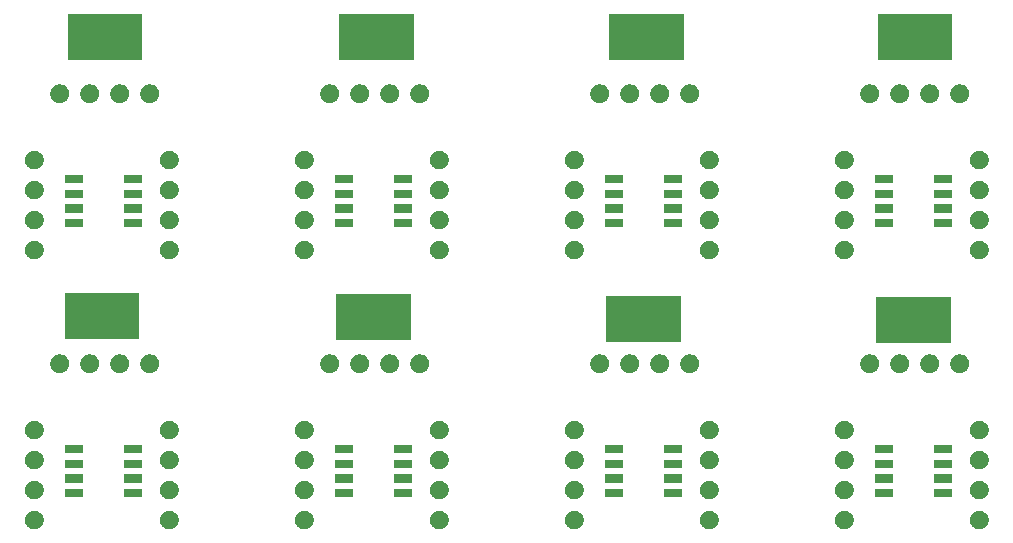
<source format=gbr>
G04 #@! TF.GenerationSoftware,KiCad,Pcbnew,(5.1.4)-1*
G04 #@! TF.CreationDate,2020-02-01T11:21:23-05:00*
G04 #@! TF.ProjectId,bob_ws2811_driver,626f625f-7773-4323-9831-315f64726976,rev?*
G04 #@! TF.SameCoordinates,Original*
G04 #@! TF.FileFunction,Soldermask,Top*
G04 #@! TF.FilePolarity,Negative*
%FSLAX46Y46*%
G04 Gerber Fmt 4.6, Leading zero omitted, Abs format (unit mm)*
G04 Created by KiCad (PCBNEW (5.1.4)-1) date 2020-02-01 11:21:23*
%MOMM*%
%LPD*%
G04 APERTURE LIST*
%ADD10C,0.100000*%
G04 APERTURE END LIST*
D10*
G36*
X114808000Y-53721000D02*
G01*
X108585000Y-53721000D01*
X108585000Y-49911000D01*
X114808000Y-49911000D01*
X114808000Y-53721000D01*
G37*
X114808000Y-53721000D02*
X108585000Y-53721000D01*
X108585000Y-49911000D01*
X114808000Y-49911000D01*
X114808000Y-53721000D01*
G36*
X137795000Y-53848000D02*
G01*
X131572000Y-53848000D01*
X131572000Y-50038000D01*
X137795000Y-50038000D01*
X137795000Y-53848000D01*
G37*
X137795000Y-53848000D02*
X131572000Y-53848000D01*
X131572000Y-50038000D01*
X137795000Y-50038000D01*
X137795000Y-53848000D01*
G36*
X160655000Y-53975000D02*
G01*
X154432000Y-53975000D01*
X154432000Y-50165000D01*
X160655000Y-50165000D01*
X160655000Y-53975000D01*
G37*
X160655000Y-53975000D02*
X154432000Y-53975000D01*
X154432000Y-50165000D01*
X160655000Y-50165000D01*
X160655000Y-53975000D01*
G36*
X183515000Y-54102000D02*
G01*
X177292000Y-54102000D01*
X177292000Y-50292000D01*
X183515000Y-50292000D01*
X183515000Y-54102000D01*
G37*
X183515000Y-54102000D02*
X177292000Y-54102000D01*
X177292000Y-50292000D01*
X183515000Y-50292000D01*
X183515000Y-54102000D01*
G36*
X183642000Y-30099000D02*
G01*
X177419000Y-30099000D01*
X177419000Y-26289000D01*
X183642000Y-26289000D01*
X183642000Y-30099000D01*
G37*
X183642000Y-30099000D02*
X177419000Y-30099000D01*
X177419000Y-26289000D01*
X183642000Y-26289000D01*
X183642000Y-30099000D01*
G36*
X160909000Y-30099000D02*
G01*
X154686000Y-30099000D01*
X154686000Y-26289000D01*
X160909000Y-26289000D01*
X160909000Y-30099000D01*
G37*
X160909000Y-30099000D02*
X154686000Y-30099000D01*
X154686000Y-26289000D01*
X160909000Y-26289000D01*
X160909000Y-30099000D01*
G36*
X138049000Y-30099000D02*
G01*
X131826000Y-30099000D01*
X131826000Y-26289000D01*
X138049000Y-26289000D01*
X138049000Y-30099000D01*
G37*
X138049000Y-30099000D02*
X131826000Y-30099000D01*
X131826000Y-26289000D01*
X138049000Y-26289000D01*
X138049000Y-30099000D01*
G36*
X115062000Y-30099000D02*
G01*
X108839000Y-30099000D01*
X108839000Y-26289000D01*
X115062000Y-26289000D01*
X115062000Y-30099000D01*
G37*
X115062000Y-30099000D02*
X108839000Y-30099000D01*
X108839000Y-26289000D01*
X115062000Y-26289000D01*
X115062000Y-30099000D01*
G36*
X186240642Y-68396781D02*
G01*
X186386414Y-68457162D01*
X186386416Y-68457163D01*
X186517608Y-68544822D01*
X186629178Y-68656392D01*
X186716837Y-68787584D01*
X186716838Y-68787586D01*
X186777219Y-68933358D01*
X186808000Y-69088107D01*
X186808000Y-69245893D01*
X186777219Y-69400642D01*
X186716838Y-69546414D01*
X186716837Y-69546416D01*
X186629178Y-69677608D01*
X186517608Y-69789178D01*
X186386416Y-69876837D01*
X186386415Y-69876838D01*
X186386414Y-69876838D01*
X186240642Y-69937219D01*
X186085893Y-69968000D01*
X185928107Y-69968000D01*
X185773358Y-69937219D01*
X185627586Y-69876838D01*
X185627585Y-69876838D01*
X185627584Y-69876837D01*
X185496392Y-69789178D01*
X185384822Y-69677608D01*
X185297163Y-69546416D01*
X185297162Y-69546414D01*
X185236781Y-69400642D01*
X185206000Y-69245893D01*
X185206000Y-69088107D01*
X185236781Y-68933358D01*
X185297162Y-68787586D01*
X185297163Y-68787584D01*
X185384822Y-68656392D01*
X185496392Y-68544822D01*
X185627584Y-68457163D01*
X185627586Y-68457162D01*
X185773358Y-68396781D01*
X185928107Y-68366000D01*
X186085893Y-68366000D01*
X186240642Y-68396781D01*
X186240642Y-68396781D01*
G37*
G36*
X117660642Y-68396781D02*
G01*
X117806414Y-68457162D01*
X117806416Y-68457163D01*
X117937608Y-68544822D01*
X118049178Y-68656392D01*
X118136837Y-68787584D01*
X118136838Y-68787586D01*
X118197219Y-68933358D01*
X118228000Y-69088107D01*
X118228000Y-69245893D01*
X118197219Y-69400642D01*
X118136838Y-69546414D01*
X118136837Y-69546416D01*
X118049178Y-69677608D01*
X117937608Y-69789178D01*
X117806416Y-69876837D01*
X117806415Y-69876838D01*
X117806414Y-69876838D01*
X117660642Y-69937219D01*
X117505893Y-69968000D01*
X117348107Y-69968000D01*
X117193358Y-69937219D01*
X117047586Y-69876838D01*
X117047585Y-69876838D01*
X117047584Y-69876837D01*
X116916392Y-69789178D01*
X116804822Y-69677608D01*
X116717163Y-69546416D01*
X116717162Y-69546414D01*
X116656781Y-69400642D01*
X116626000Y-69245893D01*
X116626000Y-69088107D01*
X116656781Y-68933358D01*
X116717162Y-68787586D01*
X116717163Y-68787584D01*
X116804822Y-68656392D01*
X116916392Y-68544822D01*
X117047584Y-68457163D01*
X117047586Y-68457162D01*
X117193358Y-68396781D01*
X117348107Y-68366000D01*
X117505893Y-68366000D01*
X117660642Y-68396781D01*
X117660642Y-68396781D01*
G37*
G36*
X106230642Y-68396781D02*
G01*
X106376414Y-68457162D01*
X106376416Y-68457163D01*
X106507608Y-68544822D01*
X106619178Y-68656392D01*
X106706837Y-68787584D01*
X106706838Y-68787586D01*
X106767219Y-68933358D01*
X106798000Y-69088107D01*
X106798000Y-69245893D01*
X106767219Y-69400642D01*
X106706838Y-69546414D01*
X106706837Y-69546416D01*
X106619178Y-69677608D01*
X106507608Y-69789178D01*
X106376416Y-69876837D01*
X106376415Y-69876838D01*
X106376414Y-69876838D01*
X106230642Y-69937219D01*
X106075893Y-69968000D01*
X105918107Y-69968000D01*
X105763358Y-69937219D01*
X105617586Y-69876838D01*
X105617585Y-69876838D01*
X105617584Y-69876837D01*
X105486392Y-69789178D01*
X105374822Y-69677608D01*
X105287163Y-69546416D01*
X105287162Y-69546414D01*
X105226781Y-69400642D01*
X105196000Y-69245893D01*
X105196000Y-69088107D01*
X105226781Y-68933358D01*
X105287162Y-68787586D01*
X105287163Y-68787584D01*
X105374822Y-68656392D01*
X105486392Y-68544822D01*
X105617584Y-68457163D01*
X105617586Y-68457162D01*
X105763358Y-68396781D01*
X105918107Y-68366000D01*
X106075893Y-68366000D01*
X106230642Y-68396781D01*
X106230642Y-68396781D01*
G37*
G36*
X140520642Y-68396781D02*
G01*
X140666414Y-68457162D01*
X140666416Y-68457163D01*
X140797608Y-68544822D01*
X140909178Y-68656392D01*
X140996837Y-68787584D01*
X140996838Y-68787586D01*
X141057219Y-68933358D01*
X141088000Y-69088107D01*
X141088000Y-69245893D01*
X141057219Y-69400642D01*
X140996838Y-69546414D01*
X140996837Y-69546416D01*
X140909178Y-69677608D01*
X140797608Y-69789178D01*
X140666416Y-69876837D01*
X140666415Y-69876838D01*
X140666414Y-69876838D01*
X140520642Y-69937219D01*
X140365893Y-69968000D01*
X140208107Y-69968000D01*
X140053358Y-69937219D01*
X139907586Y-69876838D01*
X139907585Y-69876838D01*
X139907584Y-69876837D01*
X139776392Y-69789178D01*
X139664822Y-69677608D01*
X139577163Y-69546416D01*
X139577162Y-69546414D01*
X139516781Y-69400642D01*
X139486000Y-69245893D01*
X139486000Y-69088107D01*
X139516781Y-68933358D01*
X139577162Y-68787586D01*
X139577163Y-68787584D01*
X139664822Y-68656392D01*
X139776392Y-68544822D01*
X139907584Y-68457163D01*
X139907586Y-68457162D01*
X140053358Y-68396781D01*
X140208107Y-68366000D01*
X140365893Y-68366000D01*
X140520642Y-68396781D01*
X140520642Y-68396781D01*
G37*
G36*
X129090642Y-68396781D02*
G01*
X129236414Y-68457162D01*
X129236416Y-68457163D01*
X129367608Y-68544822D01*
X129479178Y-68656392D01*
X129566837Y-68787584D01*
X129566838Y-68787586D01*
X129627219Y-68933358D01*
X129658000Y-69088107D01*
X129658000Y-69245893D01*
X129627219Y-69400642D01*
X129566838Y-69546414D01*
X129566837Y-69546416D01*
X129479178Y-69677608D01*
X129367608Y-69789178D01*
X129236416Y-69876837D01*
X129236415Y-69876838D01*
X129236414Y-69876838D01*
X129090642Y-69937219D01*
X128935893Y-69968000D01*
X128778107Y-69968000D01*
X128623358Y-69937219D01*
X128477586Y-69876838D01*
X128477585Y-69876838D01*
X128477584Y-69876837D01*
X128346392Y-69789178D01*
X128234822Y-69677608D01*
X128147163Y-69546416D01*
X128147162Y-69546414D01*
X128086781Y-69400642D01*
X128056000Y-69245893D01*
X128056000Y-69088107D01*
X128086781Y-68933358D01*
X128147162Y-68787586D01*
X128147163Y-68787584D01*
X128234822Y-68656392D01*
X128346392Y-68544822D01*
X128477584Y-68457163D01*
X128477586Y-68457162D01*
X128623358Y-68396781D01*
X128778107Y-68366000D01*
X128935893Y-68366000D01*
X129090642Y-68396781D01*
X129090642Y-68396781D01*
G37*
G36*
X163380642Y-68396781D02*
G01*
X163526414Y-68457162D01*
X163526416Y-68457163D01*
X163657608Y-68544822D01*
X163769178Y-68656392D01*
X163856837Y-68787584D01*
X163856838Y-68787586D01*
X163917219Y-68933358D01*
X163948000Y-69088107D01*
X163948000Y-69245893D01*
X163917219Y-69400642D01*
X163856838Y-69546414D01*
X163856837Y-69546416D01*
X163769178Y-69677608D01*
X163657608Y-69789178D01*
X163526416Y-69876837D01*
X163526415Y-69876838D01*
X163526414Y-69876838D01*
X163380642Y-69937219D01*
X163225893Y-69968000D01*
X163068107Y-69968000D01*
X162913358Y-69937219D01*
X162767586Y-69876838D01*
X162767585Y-69876838D01*
X162767584Y-69876837D01*
X162636392Y-69789178D01*
X162524822Y-69677608D01*
X162437163Y-69546416D01*
X162437162Y-69546414D01*
X162376781Y-69400642D01*
X162346000Y-69245893D01*
X162346000Y-69088107D01*
X162376781Y-68933358D01*
X162437162Y-68787586D01*
X162437163Y-68787584D01*
X162524822Y-68656392D01*
X162636392Y-68544822D01*
X162767584Y-68457163D01*
X162767586Y-68457162D01*
X162913358Y-68396781D01*
X163068107Y-68366000D01*
X163225893Y-68366000D01*
X163380642Y-68396781D01*
X163380642Y-68396781D01*
G37*
G36*
X151950642Y-68396781D02*
G01*
X152096414Y-68457162D01*
X152096416Y-68457163D01*
X152227608Y-68544822D01*
X152339178Y-68656392D01*
X152426837Y-68787584D01*
X152426838Y-68787586D01*
X152487219Y-68933358D01*
X152518000Y-69088107D01*
X152518000Y-69245893D01*
X152487219Y-69400642D01*
X152426838Y-69546414D01*
X152426837Y-69546416D01*
X152339178Y-69677608D01*
X152227608Y-69789178D01*
X152096416Y-69876837D01*
X152096415Y-69876838D01*
X152096414Y-69876838D01*
X151950642Y-69937219D01*
X151795893Y-69968000D01*
X151638107Y-69968000D01*
X151483358Y-69937219D01*
X151337586Y-69876838D01*
X151337585Y-69876838D01*
X151337584Y-69876837D01*
X151206392Y-69789178D01*
X151094822Y-69677608D01*
X151007163Y-69546416D01*
X151007162Y-69546414D01*
X150946781Y-69400642D01*
X150916000Y-69245893D01*
X150916000Y-69088107D01*
X150946781Y-68933358D01*
X151007162Y-68787586D01*
X151007163Y-68787584D01*
X151094822Y-68656392D01*
X151206392Y-68544822D01*
X151337584Y-68457163D01*
X151337586Y-68457162D01*
X151483358Y-68396781D01*
X151638107Y-68366000D01*
X151795893Y-68366000D01*
X151950642Y-68396781D01*
X151950642Y-68396781D01*
G37*
G36*
X174810642Y-68396781D02*
G01*
X174956414Y-68457162D01*
X174956416Y-68457163D01*
X175087608Y-68544822D01*
X175199178Y-68656392D01*
X175286837Y-68787584D01*
X175286838Y-68787586D01*
X175347219Y-68933358D01*
X175378000Y-69088107D01*
X175378000Y-69245893D01*
X175347219Y-69400642D01*
X175286838Y-69546414D01*
X175286837Y-69546416D01*
X175199178Y-69677608D01*
X175087608Y-69789178D01*
X174956416Y-69876837D01*
X174956415Y-69876838D01*
X174956414Y-69876838D01*
X174810642Y-69937219D01*
X174655893Y-69968000D01*
X174498107Y-69968000D01*
X174343358Y-69937219D01*
X174197586Y-69876838D01*
X174197585Y-69876838D01*
X174197584Y-69876837D01*
X174066392Y-69789178D01*
X173954822Y-69677608D01*
X173867163Y-69546416D01*
X173867162Y-69546414D01*
X173806781Y-69400642D01*
X173776000Y-69245893D01*
X173776000Y-69088107D01*
X173806781Y-68933358D01*
X173867162Y-68787586D01*
X173867163Y-68787584D01*
X173954822Y-68656392D01*
X174066392Y-68544822D01*
X174197584Y-68457163D01*
X174197586Y-68457162D01*
X174343358Y-68396781D01*
X174498107Y-68366000D01*
X174655893Y-68366000D01*
X174810642Y-68396781D01*
X174810642Y-68396781D01*
G37*
G36*
X186240642Y-65856781D02*
G01*
X186386414Y-65917162D01*
X186386416Y-65917163D01*
X186517608Y-66004822D01*
X186629178Y-66116392D01*
X186716837Y-66247584D01*
X186716838Y-66247586D01*
X186777219Y-66393358D01*
X186808000Y-66548107D01*
X186808000Y-66705893D01*
X186777219Y-66860642D01*
X186716838Y-67006414D01*
X186716837Y-67006416D01*
X186629178Y-67137608D01*
X186517608Y-67249178D01*
X186386416Y-67336837D01*
X186386415Y-67336838D01*
X186386414Y-67336838D01*
X186240642Y-67397219D01*
X186085893Y-67428000D01*
X185928107Y-67428000D01*
X185773358Y-67397219D01*
X185627586Y-67336838D01*
X185627585Y-67336838D01*
X185627584Y-67336837D01*
X185496392Y-67249178D01*
X185384822Y-67137608D01*
X185297163Y-67006416D01*
X185297162Y-67006414D01*
X185236781Y-66860642D01*
X185206000Y-66705893D01*
X185206000Y-66548107D01*
X185236781Y-66393358D01*
X185297162Y-66247586D01*
X185297163Y-66247584D01*
X185384822Y-66116392D01*
X185496392Y-66004822D01*
X185627584Y-65917163D01*
X185627586Y-65917162D01*
X185773358Y-65856781D01*
X185928107Y-65826000D01*
X186085893Y-65826000D01*
X186240642Y-65856781D01*
X186240642Y-65856781D01*
G37*
G36*
X117660642Y-65856781D02*
G01*
X117806414Y-65917162D01*
X117806416Y-65917163D01*
X117937608Y-66004822D01*
X118049178Y-66116392D01*
X118136837Y-66247584D01*
X118136838Y-66247586D01*
X118197219Y-66393358D01*
X118228000Y-66548107D01*
X118228000Y-66705893D01*
X118197219Y-66860642D01*
X118136838Y-67006414D01*
X118136837Y-67006416D01*
X118049178Y-67137608D01*
X117937608Y-67249178D01*
X117806416Y-67336837D01*
X117806415Y-67336838D01*
X117806414Y-67336838D01*
X117660642Y-67397219D01*
X117505893Y-67428000D01*
X117348107Y-67428000D01*
X117193358Y-67397219D01*
X117047586Y-67336838D01*
X117047585Y-67336838D01*
X117047584Y-67336837D01*
X116916392Y-67249178D01*
X116804822Y-67137608D01*
X116717163Y-67006416D01*
X116717162Y-67006414D01*
X116656781Y-66860642D01*
X116626000Y-66705893D01*
X116626000Y-66548107D01*
X116656781Y-66393358D01*
X116717162Y-66247586D01*
X116717163Y-66247584D01*
X116804822Y-66116392D01*
X116916392Y-66004822D01*
X117047584Y-65917163D01*
X117047586Y-65917162D01*
X117193358Y-65856781D01*
X117348107Y-65826000D01*
X117505893Y-65826000D01*
X117660642Y-65856781D01*
X117660642Y-65856781D01*
G37*
G36*
X106230642Y-65856781D02*
G01*
X106376414Y-65917162D01*
X106376416Y-65917163D01*
X106507608Y-66004822D01*
X106619178Y-66116392D01*
X106706837Y-66247584D01*
X106706838Y-66247586D01*
X106767219Y-66393358D01*
X106798000Y-66548107D01*
X106798000Y-66705893D01*
X106767219Y-66860642D01*
X106706838Y-67006414D01*
X106706837Y-67006416D01*
X106619178Y-67137608D01*
X106507608Y-67249178D01*
X106376416Y-67336837D01*
X106376415Y-67336838D01*
X106376414Y-67336838D01*
X106230642Y-67397219D01*
X106075893Y-67428000D01*
X105918107Y-67428000D01*
X105763358Y-67397219D01*
X105617586Y-67336838D01*
X105617585Y-67336838D01*
X105617584Y-67336837D01*
X105486392Y-67249178D01*
X105374822Y-67137608D01*
X105287163Y-67006416D01*
X105287162Y-67006414D01*
X105226781Y-66860642D01*
X105196000Y-66705893D01*
X105196000Y-66548107D01*
X105226781Y-66393358D01*
X105287162Y-66247586D01*
X105287163Y-66247584D01*
X105374822Y-66116392D01*
X105486392Y-66004822D01*
X105617584Y-65917163D01*
X105617586Y-65917162D01*
X105763358Y-65856781D01*
X105918107Y-65826000D01*
X106075893Y-65826000D01*
X106230642Y-65856781D01*
X106230642Y-65856781D01*
G37*
G36*
X140520642Y-65856781D02*
G01*
X140666414Y-65917162D01*
X140666416Y-65917163D01*
X140797608Y-66004822D01*
X140909178Y-66116392D01*
X140996837Y-66247584D01*
X140996838Y-66247586D01*
X141057219Y-66393358D01*
X141088000Y-66548107D01*
X141088000Y-66705893D01*
X141057219Y-66860642D01*
X140996838Y-67006414D01*
X140996837Y-67006416D01*
X140909178Y-67137608D01*
X140797608Y-67249178D01*
X140666416Y-67336837D01*
X140666415Y-67336838D01*
X140666414Y-67336838D01*
X140520642Y-67397219D01*
X140365893Y-67428000D01*
X140208107Y-67428000D01*
X140053358Y-67397219D01*
X139907586Y-67336838D01*
X139907585Y-67336838D01*
X139907584Y-67336837D01*
X139776392Y-67249178D01*
X139664822Y-67137608D01*
X139577163Y-67006416D01*
X139577162Y-67006414D01*
X139516781Y-66860642D01*
X139486000Y-66705893D01*
X139486000Y-66548107D01*
X139516781Y-66393358D01*
X139577162Y-66247586D01*
X139577163Y-66247584D01*
X139664822Y-66116392D01*
X139776392Y-66004822D01*
X139907584Y-65917163D01*
X139907586Y-65917162D01*
X140053358Y-65856781D01*
X140208107Y-65826000D01*
X140365893Y-65826000D01*
X140520642Y-65856781D01*
X140520642Y-65856781D01*
G37*
G36*
X163380642Y-65856781D02*
G01*
X163526414Y-65917162D01*
X163526416Y-65917163D01*
X163657608Y-66004822D01*
X163769178Y-66116392D01*
X163856837Y-66247584D01*
X163856838Y-66247586D01*
X163917219Y-66393358D01*
X163948000Y-66548107D01*
X163948000Y-66705893D01*
X163917219Y-66860642D01*
X163856838Y-67006414D01*
X163856837Y-67006416D01*
X163769178Y-67137608D01*
X163657608Y-67249178D01*
X163526416Y-67336837D01*
X163526415Y-67336838D01*
X163526414Y-67336838D01*
X163380642Y-67397219D01*
X163225893Y-67428000D01*
X163068107Y-67428000D01*
X162913358Y-67397219D01*
X162767586Y-67336838D01*
X162767585Y-67336838D01*
X162767584Y-67336837D01*
X162636392Y-67249178D01*
X162524822Y-67137608D01*
X162437163Y-67006416D01*
X162437162Y-67006414D01*
X162376781Y-66860642D01*
X162346000Y-66705893D01*
X162346000Y-66548107D01*
X162376781Y-66393358D01*
X162437162Y-66247586D01*
X162437163Y-66247584D01*
X162524822Y-66116392D01*
X162636392Y-66004822D01*
X162767584Y-65917163D01*
X162767586Y-65917162D01*
X162913358Y-65856781D01*
X163068107Y-65826000D01*
X163225893Y-65826000D01*
X163380642Y-65856781D01*
X163380642Y-65856781D01*
G37*
G36*
X151950642Y-65856781D02*
G01*
X152096414Y-65917162D01*
X152096416Y-65917163D01*
X152227608Y-66004822D01*
X152339178Y-66116392D01*
X152426837Y-66247584D01*
X152426838Y-66247586D01*
X152487219Y-66393358D01*
X152518000Y-66548107D01*
X152518000Y-66705893D01*
X152487219Y-66860642D01*
X152426838Y-67006414D01*
X152426837Y-67006416D01*
X152339178Y-67137608D01*
X152227608Y-67249178D01*
X152096416Y-67336837D01*
X152096415Y-67336838D01*
X152096414Y-67336838D01*
X151950642Y-67397219D01*
X151795893Y-67428000D01*
X151638107Y-67428000D01*
X151483358Y-67397219D01*
X151337586Y-67336838D01*
X151337585Y-67336838D01*
X151337584Y-67336837D01*
X151206392Y-67249178D01*
X151094822Y-67137608D01*
X151007163Y-67006416D01*
X151007162Y-67006414D01*
X150946781Y-66860642D01*
X150916000Y-66705893D01*
X150916000Y-66548107D01*
X150946781Y-66393358D01*
X151007162Y-66247586D01*
X151007163Y-66247584D01*
X151094822Y-66116392D01*
X151206392Y-66004822D01*
X151337584Y-65917163D01*
X151337586Y-65917162D01*
X151483358Y-65856781D01*
X151638107Y-65826000D01*
X151795893Y-65826000D01*
X151950642Y-65856781D01*
X151950642Y-65856781D01*
G37*
G36*
X174810642Y-65856781D02*
G01*
X174956414Y-65917162D01*
X174956416Y-65917163D01*
X175087608Y-66004822D01*
X175199178Y-66116392D01*
X175286837Y-66247584D01*
X175286838Y-66247586D01*
X175347219Y-66393358D01*
X175378000Y-66548107D01*
X175378000Y-66705893D01*
X175347219Y-66860642D01*
X175286838Y-67006414D01*
X175286837Y-67006416D01*
X175199178Y-67137608D01*
X175087608Y-67249178D01*
X174956416Y-67336837D01*
X174956415Y-67336838D01*
X174956414Y-67336838D01*
X174810642Y-67397219D01*
X174655893Y-67428000D01*
X174498107Y-67428000D01*
X174343358Y-67397219D01*
X174197586Y-67336838D01*
X174197585Y-67336838D01*
X174197584Y-67336837D01*
X174066392Y-67249178D01*
X173954822Y-67137608D01*
X173867163Y-67006416D01*
X173867162Y-67006414D01*
X173806781Y-66860642D01*
X173776000Y-66705893D01*
X173776000Y-66548107D01*
X173806781Y-66393358D01*
X173867162Y-66247586D01*
X173867163Y-66247584D01*
X173954822Y-66116392D01*
X174066392Y-66004822D01*
X174197584Y-65917163D01*
X174197586Y-65917162D01*
X174343358Y-65856781D01*
X174498107Y-65826000D01*
X174655893Y-65826000D01*
X174810642Y-65856781D01*
X174810642Y-65856781D01*
G37*
G36*
X129090642Y-65856781D02*
G01*
X129236414Y-65917162D01*
X129236416Y-65917163D01*
X129367608Y-66004822D01*
X129479178Y-66116392D01*
X129566837Y-66247584D01*
X129566838Y-66247586D01*
X129627219Y-66393358D01*
X129658000Y-66548107D01*
X129658000Y-66705893D01*
X129627219Y-66860642D01*
X129566838Y-67006414D01*
X129566837Y-67006416D01*
X129479178Y-67137608D01*
X129367608Y-67249178D01*
X129236416Y-67336837D01*
X129236415Y-67336838D01*
X129236414Y-67336838D01*
X129090642Y-67397219D01*
X128935893Y-67428000D01*
X128778107Y-67428000D01*
X128623358Y-67397219D01*
X128477586Y-67336838D01*
X128477585Y-67336838D01*
X128477584Y-67336837D01*
X128346392Y-67249178D01*
X128234822Y-67137608D01*
X128147163Y-67006416D01*
X128147162Y-67006414D01*
X128086781Y-66860642D01*
X128056000Y-66705893D01*
X128056000Y-66548107D01*
X128086781Y-66393358D01*
X128147162Y-66247586D01*
X128147163Y-66247584D01*
X128234822Y-66116392D01*
X128346392Y-66004822D01*
X128477584Y-65917163D01*
X128477586Y-65917162D01*
X128623358Y-65856781D01*
X128778107Y-65826000D01*
X128935893Y-65826000D01*
X129090642Y-65856781D01*
X129090642Y-65856781D01*
G37*
G36*
X183718000Y-67250000D02*
G01*
X182216000Y-67250000D01*
X182216000Y-66548000D01*
X183718000Y-66548000D01*
X183718000Y-67250000D01*
X183718000Y-67250000D01*
G37*
G36*
X110138000Y-67250000D02*
G01*
X108636000Y-67250000D01*
X108636000Y-66548000D01*
X110138000Y-66548000D01*
X110138000Y-67250000D01*
X110138000Y-67250000D01*
G37*
G36*
X160858000Y-67250000D02*
G01*
X159356000Y-67250000D01*
X159356000Y-66548000D01*
X160858000Y-66548000D01*
X160858000Y-67250000D01*
X160858000Y-67250000D01*
G37*
G36*
X178718000Y-67250000D02*
G01*
X177216000Y-67250000D01*
X177216000Y-66548000D01*
X178718000Y-66548000D01*
X178718000Y-67250000D01*
X178718000Y-67250000D01*
G37*
G36*
X137998000Y-67250000D02*
G01*
X136496000Y-67250000D01*
X136496000Y-66548000D01*
X137998000Y-66548000D01*
X137998000Y-67250000D01*
X137998000Y-67250000D01*
G37*
G36*
X115138000Y-67250000D02*
G01*
X113636000Y-67250000D01*
X113636000Y-66548000D01*
X115138000Y-66548000D01*
X115138000Y-67250000D01*
X115138000Y-67250000D01*
G37*
G36*
X132998000Y-67250000D02*
G01*
X131496000Y-67250000D01*
X131496000Y-66548000D01*
X132998000Y-66548000D01*
X132998000Y-67250000D01*
X132998000Y-67250000D01*
G37*
G36*
X155858000Y-67250000D02*
G01*
X154356000Y-67250000D01*
X154356000Y-66548000D01*
X155858000Y-66548000D01*
X155858000Y-67250000D01*
X155858000Y-67250000D01*
G37*
G36*
X178718000Y-66000000D02*
G01*
X177216000Y-66000000D01*
X177216000Y-65298000D01*
X178718000Y-65298000D01*
X178718000Y-66000000D01*
X178718000Y-66000000D01*
G37*
G36*
X183718000Y-66000000D02*
G01*
X182216000Y-66000000D01*
X182216000Y-65298000D01*
X183718000Y-65298000D01*
X183718000Y-66000000D01*
X183718000Y-66000000D01*
G37*
G36*
X137998000Y-66000000D02*
G01*
X136496000Y-66000000D01*
X136496000Y-65298000D01*
X137998000Y-65298000D01*
X137998000Y-66000000D01*
X137998000Y-66000000D01*
G37*
G36*
X160858000Y-66000000D02*
G01*
X159356000Y-66000000D01*
X159356000Y-65298000D01*
X160858000Y-65298000D01*
X160858000Y-66000000D01*
X160858000Y-66000000D01*
G37*
G36*
X155858000Y-66000000D02*
G01*
X154356000Y-66000000D01*
X154356000Y-65298000D01*
X155858000Y-65298000D01*
X155858000Y-66000000D01*
X155858000Y-66000000D01*
G37*
G36*
X132998000Y-66000000D02*
G01*
X131496000Y-66000000D01*
X131496000Y-65298000D01*
X132998000Y-65298000D01*
X132998000Y-66000000D01*
X132998000Y-66000000D01*
G37*
G36*
X115138000Y-66000000D02*
G01*
X113636000Y-66000000D01*
X113636000Y-65298000D01*
X115138000Y-65298000D01*
X115138000Y-66000000D01*
X115138000Y-66000000D01*
G37*
G36*
X110138000Y-66000000D02*
G01*
X108636000Y-66000000D01*
X108636000Y-65298000D01*
X110138000Y-65298000D01*
X110138000Y-66000000D01*
X110138000Y-66000000D01*
G37*
G36*
X117660642Y-63316781D02*
G01*
X117806414Y-63377162D01*
X117806416Y-63377163D01*
X117937608Y-63464822D01*
X118049178Y-63576392D01*
X118136837Y-63707584D01*
X118136838Y-63707586D01*
X118197219Y-63853358D01*
X118228000Y-64008107D01*
X118228000Y-64165893D01*
X118197219Y-64320642D01*
X118136838Y-64466414D01*
X118136837Y-64466416D01*
X118049178Y-64597608D01*
X117937608Y-64709178D01*
X117806416Y-64796837D01*
X117806415Y-64796838D01*
X117806414Y-64796838D01*
X117660642Y-64857219D01*
X117505893Y-64888000D01*
X117348107Y-64888000D01*
X117193358Y-64857219D01*
X117047586Y-64796838D01*
X117047585Y-64796838D01*
X117047584Y-64796837D01*
X116916392Y-64709178D01*
X116804822Y-64597608D01*
X116717163Y-64466416D01*
X116717162Y-64466414D01*
X116656781Y-64320642D01*
X116626000Y-64165893D01*
X116626000Y-64008107D01*
X116656781Y-63853358D01*
X116717162Y-63707586D01*
X116717163Y-63707584D01*
X116804822Y-63576392D01*
X116916392Y-63464822D01*
X117047584Y-63377163D01*
X117047586Y-63377162D01*
X117193358Y-63316781D01*
X117348107Y-63286000D01*
X117505893Y-63286000D01*
X117660642Y-63316781D01*
X117660642Y-63316781D01*
G37*
G36*
X186240642Y-63316781D02*
G01*
X186386414Y-63377162D01*
X186386416Y-63377163D01*
X186517608Y-63464822D01*
X186629178Y-63576392D01*
X186716837Y-63707584D01*
X186716838Y-63707586D01*
X186777219Y-63853358D01*
X186808000Y-64008107D01*
X186808000Y-64165893D01*
X186777219Y-64320642D01*
X186716838Y-64466414D01*
X186716837Y-64466416D01*
X186629178Y-64597608D01*
X186517608Y-64709178D01*
X186386416Y-64796837D01*
X186386415Y-64796838D01*
X186386414Y-64796838D01*
X186240642Y-64857219D01*
X186085893Y-64888000D01*
X185928107Y-64888000D01*
X185773358Y-64857219D01*
X185627586Y-64796838D01*
X185627585Y-64796838D01*
X185627584Y-64796837D01*
X185496392Y-64709178D01*
X185384822Y-64597608D01*
X185297163Y-64466416D01*
X185297162Y-64466414D01*
X185236781Y-64320642D01*
X185206000Y-64165893D01*
X185206000Y-64008107D01*
X185236781Y-63853358D01*
X185297162Y-63707586D01*
X185297163Y-63707584D01*
X185384822Y-63576392D01*
X185496392Y-63464822D01*
X185627584Y-63377163D01*
X185627586Y-63377162D01*
X185773358Y-63316781D01*
X185928107Y-63286000D01*
X186085893Y-63286000D01*
X186240642Y-63316781D01*
X186240642Y-63316781D01*
G37*
G36*
X174810642Y-63316781D02*
G01*
X174956414Y-63377162D01*
X174956416Y-63377163D01*
X175087608Y-63464822D01*
X175199178Y-63576392D01*
X175286837Y-63707584D01*
X175286838Y-63707586D01*
X175347219Y-63853358D01*
X175378000Y-64008107D01*
X175378000Y-64165893D01*
X175347219Y-64320642D01*
X175286838Y-64466414D01*
X175286837Y-64466416D01*
X175199178Y-64597608D01*
X175087608Y-64709178D01*
X174956416Y-64796837D01*
X174956415Y-64796838D01*
X174956414Y-64796838D01*
X174810642Y-64857219D01*
X174655893Y-64888000D01*
X174498107Y-64888000D01*
X174343358Y-64857219D01*
X174197586Y-64796838D01*
X174197585Y-64796838D01*
X174197584Y-64796837D01*
X174066392Y-64709178D01*
X173954822Y-64597608D01*
X173867163Y-64466416D01*
X173867162Y-64466414D01*
X173806781Y-64320642D01*
X173776000Y-64165893D01*
X173776000Y-64008107D01*
X173806781Y-63853358D01*
X173867162Y-63707586D01*
X173867163Y-63707584D01*
X173954822Y-63576392D01*
X174066392Y-63464822D01*
X174197584Y-63377163D01*
X174197586Y-63377162D01*
X174343358Y-63316781D01*
X174498107Y-63286000D01*
X174655893Y-63286000D01*
X174810642Y-63316781D01*
X174810642Y-63316781D01*
G37*
G36*
X163380642Y-63316781D02*
G01*
X163526414Y-63377162D01*
X163526416Y-63377163D01*
X163657608Y-63464822D01*
X163769178Y-63576392D01*
X163856837Y-63707584D01*
X163856838Y-63707586D01*
X163917219Y-63853358D01*
X163948000Y-64008107D01*
X163948000Y-64165893D01*
X163917219Y-64320642D01*
X163856838Y-64466414D01*
X163856837Y-64466416D01*
X163769178Y-64597608D01*
X163657608Y-64709178D01*
X163526416Y-64796837D01*
X163526415Y-64796838D01*
X163526414Y-64796838D01*
X163380642Y-64857219D01*
X163225893Y-64888000D01*
X163068107Y-64888000D01*
X162913358Y-64857219D01*
X162767586Y-64796838D01*
X162767585Y-64796838D01*
X162767584Y-64796837D01*
X162636392Y-64709178D01*
X162524822Y-64597608D01*
X162437163Y-64466416D01*
X162437162Y-64466414D01*
X162376781Y-64320642D01*
X162346000Y-64165893D01*
X162346000Y-64008107D01*
X162376781Y-63853358D01*
X162437162Y-63707586D01*
X162437163Y-63707584D01*
X162524822Y-63576392D01*
X162636392Y-63464822D01*
X162767584Y-63377163D01*
X162767586Y-63377162D01*
X162913358Y-63316781D01*
X163068107Y-63286000D01*
X163225893Y-63286000D01*
X163380642Y-63316781D01*
X163380642Y-63316781D01*
G37*
G36*
X151950642Y-63316781D02*
G01*
X152096414Y-63377162D01*
X152096416Y-63377163D01*
X152227608Y-63464822D01*
X152339178Y-63576392D01*
X152426837Y-63707584D01*
X152426838Y-63707586D01*
X152487219Y-63853358D01*
X152518000Y-64008107D01*
X152518000Y-64165893D01*
X152487219Y-64320642D01*
X152426838Y-64466414D01*
X152426837Y-64466416D01*
X152339178Y-64597608D01*
X152227608Y-64709178D01*
X152096416Y-64796837D01*
X152096415Y-64796838D01*
X152096414Y-64796838D01*
X151950642Y-64857219D01*
X151795893Y-64888000D01*
X151638107Y-64888000D01*
X151483358Y-64857219D01*
X151337586Y-64796838D01*
X151337585Y-64796838D01*
X151337584Y-64796837D01*
X151206392Y-64709178D01*
X151094822Y-64597608D01*
X151007163Y-64466416D01*
X151007162Y-64466414D01*
X150946781Y-64320642D01*
X150916000Y-64165893D01*
X150916000Y-64008107D01*
X150946781Y-63853358D01*
X151007162Y-63707586D01*
X151007163Y-63707584D01*
X151094822Y-63576392D01*
X151206392Y-63464822D01*
X151337584Y-63377163D01*
X151337586Y-63377162D01*
X151483358Y-63316781D01*
X151638107Y-63286000D01*
X151795893Y-63286000D01*
X151950642Y-63316781D01*
X151950642Y-63316781D01*
G37*
G36*
X140520642Y-63316781D02*
G01*
X140666414Y-63377162D01*
X140666416Y-63377163D01*
X140797608Y-63464822D01*
X140909178Y-63576392D01*
X140996837Y-63707584D01*
X140996838Y-63707586D01*
X141057219Y-63853358D01*
X141088000Y-64008107D01*
X141088000Y-64165893D01*
X141057219Y-64320642D01*
X140996838Y-64466414D01*
X140996837Y-64466416D01*
X140909178Y-64597608D01*
X140797608Y-64709178D01*
X140666416Y-64796837D01*
X140666415Y-64796838D01*
X140666414Y-64796838D01*
X140520642Y-64857219D01*
X140365893Y-64888000D01*
X140208107Y-64888000D01*
X140053358Y-64857219D01*
X139907586Y-64796838D01*
X139907585Y-64796838D01*
X139907584Y-64796837D01*
X139776392Y-64709178D01*
X139664822Y-64597608D01*
X139577163Y-64466416D01*
X139577162Y-64466414D01*
X139516781Y-64320642D01*
X139486000Y-64165893D01*
X139486000Y-64008107D01*
X139516781Y-63853358D01*
X139577162Y-63707586D01*
X139577163Y-63707584D01*
X139664822Y-63576392D01*
X139776392Y-63464822D01*
X139907584Y-63377163D01*
X139907586Y-63377162D01*
X140053358Y-63316781D01*
X140208107Y-63286000D01*
X140365893Y-63286000D01*
X140520642Y-63316781D01*
X140520642Y-63316781D01*
G37*
G36*
X129090642Y-63316781D02*
G01*
X129236414Y-63377162D01*
X129236416Y-63377163D01*
X129367608Y-63464822D01*
X129479178Y-63576392D01*
X129566837Y-63707584D01*
X129566838Y-63707586D01*
X129627219Y-63853358D01*
X129658000Y-64008107D01*
X129658000Y-64165893D01*
X129627219Y-64320642D01*
X129566838Y-64466414D01*
X129566837Y-64466416D01*
X129479178Y-64597608D01*
X129367608Y-64709178D01*
X129236416Y-64796837D01*
X129236415Y-64796838D01*
X129236414Y-64796838D01*
X129090642Y-64857219D01*
X128935893Y-64888000D01*
X128778107Y-64888000D01*
X128623358Y-64857219D01*
X128477586Y-64796838D01*
X128477585Y-64796838D01*
X128477584Y-64796837D01*
X128346392Y-64709178D01*
X128234822Y-64597608D01*
X128147163Y-64466416D01*
X128147162Y-64466414D01*
X128086781Y-64320642D01*
X128056000Y-64165893D01*
X128056000Y-64008107D01*
X128086781Y-63853358D01*
X128147162Y-63707586D01*
X128147163Y-63707584D01*
X128234822Y-63576392D01*
X128346392Y-63464822D01*
X128477584Y-63377163D01*
X128477586Y-63377162D01*
X128623358Y-63316781D01*
X128778107Y-63286000D01*
X128935893Y-63286000D01*
X129090642Y-63316781D01*
X129090642Y-63316781D01*
G37*
G36*
X106230642Y-63316781D02*
G01*
X106376414Y-63377162D01*
X106376416Y-63377163D01*
X106507608Y-63464822D01*
X106619178Y-63576392D01*
X106706837Y-63707584D01*
X106706838Y-63707586D01*
X106767219Y-63853358D01*
X106798000Y-64008107D01*
X106798000Y-64165893D01*
X106767219Y-64320642D01*
X106706838Y-64466414D01*
X106706837Y-64466416D01*
X106619178Y-64597608D01*
X106507608Y-64709178D01*
X106376416Y-64796837D01*
X106376415Y-64796838D01*
X106376414Y-64796838D01*
X106230642Y-64857219D01*
X106075893Y-64888000D01*
X105918107Y-64888000D01*
X105763358Y-64857219D01*
X105617586Y-64796838D01*
X105617585Y-64796838D01*
X105617584Y-64796837D01*
X105486392Y-64709178D01*
X105374822Y-64597608D01*
X105287163Y-64466416D01*
X105287162Y-64466414D01*
X105226781Y-64320642D01*
X105196000Y-64165893D01*
X105196000Y-64008107D01*
X105226781Y-63853358D01*
X105287162Y-63707586D01*
X105287163Y-63707584D01*
X105374822Y-63576392D01*
X105486392Y-63464822D01*
X105617584Y-63377163D01*
X105617586Y-63377162D01*
X105763358Y-63316781D01*
X105918107Y-63286000D01*
X106075893Y-63286000D01*
X106230642Y-63316781D01*
X106230642Y-63316781D01*
G37*
G36*
X115138000Y-64750000D02*
G01*
X113636000Y-64750000D01*
X113636000Y-64048000D01*
X115138000Y-64048000D01*
X115138000Y-64750000D01*
X115138000Y-64750000D01*
G37*
G36*
X155858000Y-64750000D02*
G01*
X154356000Y-64750000D01*
X154356000Y-64048000D01*
X155858000Y-64048000D01*
X155858000Y-64750000D01*
X155858000Y-64750000D01*
G37*
G36*
X160858000Y-64750000D02*
G01*
X159356000Y-64750000D01*
X159356000Y-64048000D01*
X160858000Y-64048000D01*
X160858000Y-64750000D01*
X160858000Y-64750000D01*
G37*
G36*
X183718000Y-64750000D02*
G01*
X182216000Y-64750000D01*
X182216000Y-64048000D01*
X183718000Y-64048000D01*
X183718000Y-64750000D01*
X183718000Y-64750000D01*
G37*
G36*
X110138000Y-64750000D02*
G01*
X108636000Y-64750000D01*
X108636000Y-64048000D01*
X110138000Y-64048000D01*
X110138000Y-64750000D01*
X110138000Y-64750000D01*
G37*
G36*
X178718000Y-64750000D02*
G01*
X177216000Y-64750000D01*
X177216000Y-64048000D01*
X178718000Y-64048000D01*
X178718000Y-64750000D01*
X178718000Y-64750000D01*
G37*
G36*
X137998000Y-64750000D02*
G01*
X136496000Y-64750000D01*
X136496000Y-64048000D01*
X137998000Y-64048000D01*
X137998000Y-64750000D01*
X137998000Y-64750000D01*
G37*
G36*
X132998000Y-64750000D02*
G01*
X131496000Y-64750000D01*
X131496000Y-64048000D01*
X132998000Y-64048000D01*
X132998000Y-64750000D01*
X132998000Y-64750000D01*
G37*
G36*
X110138000Y-63500000D02*
G01*
X108636000Y-63500000D01*
X108636000Y-62798000D01*
X110138000Y-62798000D01*
X110138000Y-63500000D01*
X110138000Y-63500000D01*
G37*
G36*
X183718000Y-63500000D02*
G01*
X182216000Y-63500000D01*
X182216000Y-62798000D01*
X183718000Y-62798000D01*
X183718000Y-63500000D01*
X183718000Y-63500000D01*
G37*
G36*
X178718000Y-63500000D02*
G01*
X177216000Y-63500000D01*
X177216000Y-62798000D01*
X178718000Y-62798000D01*
X178718000Y-63500000D01*
X178718000Y-63500000D01*
G37*
G36*
X160858000Y-63500000D02*
G01*
X159356000Y-63500000D01*
X159356000Y-62798000D01*
X160858000Y-62798000D01*
X160858000Y-63500000D01*
X160858000Y-63500000D01*
G37*
G36*
X115138000Y-63500000D02*
G01*
X113636000Y-63500000D01*
X113636000Y-62798000D01*
X115138000Y-62798000D01*
X115138000Y-63500000D01*
X115138000Y-63500000D01*
G37*
G36*
X155858000Y-63500000D02*
G01*
X154356000Y-63500000D01*
X154356000Y-62798000D01*
X155858000Y-62798000D01*
X155858000Y-63500000D01*
X155858000Y-63500000D01*
G37*
G36*
X137998000Y-63500000D02*
G01*
X136496000Y-63500000D01*
X136496000Y-62798000D01*
X137998000Y-62798000D01*
X137998000Y-63500000D01*
X137998000Y-63500000D01*
G37*
G36*
X132998000Y-63500000D02*
G01*
X131496000Y-63500000D01*
X131496000Y-62798000D01*
X132998000Y-62798000D01*
X132998000Y-63500000D01*
X132998000Y-63500000D01*
G37*
G36*
X140520642Y-60776781D02*
G01*
X140666414Y-60837162D01*
X140666416Y-60837163D01*
X140797608Y-60924822D01*
X140909178Y-61036392D01*
X140996837Y-61167584D01*
X140996838Y-61167586D01*
X141057219Y-61313358D01*
X141088000Y-61468107D01*
X141088000Y-61625893D01*
X141057219Y-61780642D01*
X140996838Y-61926414D01*
X140996837Y-61926416D01*
X140909178Y-62057608D01*
X140797608Y-62169178D01*
X140666416Y-62256837D01*
X140666415Y-62256838D01*
X140666414Y-62256838D01*
X140520642Y-62317219D01*
X140365893Y-62348000D01*
X140208107Y-62348000D01*
X140053358Y-62317219D01*
X139907586Y-62256838D01*
X139907585Y-62256838D01*
X139907584Y-62256837D01*
X139776392Y-62169178D01*
X139664822Y-62057608D01*
X139577163Y-61926416D01*
X139577162Y-61926414D01*
X139516781Y-61780642D01*
X139486000Y-61625893D01*
X139486000Y-61468107D01*
X139516781Y-61313358D01*
X139577162Y-61167586D01*
X139577163Y-61167584D01*
X139664822Y-61036392D01*
X139776392Y-60924822D01*
X139907584Y-60837163D01*
X139907586Y-60837162D01*
X140053358Y-60776781D01*
X140208107Y-60746000D01*
X140365893Y-60746000D01*
X140520642Y-60776781D01*
X140520642Y-60776781D01*
G37*
G36*
X106230642Y-60776781D02*
G01*
X106376414Y-60837162D01*
X106376416Y-60837163D01*
X106507608Y-60924822D01*
X106619178Y-61036392D01*
X106706837Y-61167584D01*
X106706838Y-61167586D01*
X106767219Y-61313358D01*
X106798000Y-61468107D01*
X106798000Y-61625893D01*
X106767219Y-61780642D01*
X106706838Y-61926414D01*
X106706837Y-61926416D01*
X106619178Y-62057608D01*
X106507608Y-62169178D01*
X106376416Y-62256837D01*
X106376415Y-62256838D01*
X106376414Y-62256838D01*
X106230642Y-62317219D01*
X106075893Y-62348000D01*
X105918107Y-62348000D01*
X105763358Y-62317219D01*
X105617586Y-62256838D01*
X105617585Y-62256838D01*
X105617584Y-62256837D01*
X105486392Y-62169178D01*
X105374822Y-62057608D01*
X105287163Y-61926416D01*
X105287162Y-61926414D01*
X105226781Y-61780642D01*
X105196000Y-61625893D01*
X105196000Y-61468107D01*
X105226781Y-61313358D01*
X105287162Y-61167586D01*
X105287163Y-61167584D01*
X105374822Y-61036392D01*
X105486392Y-60924822D01*
X105617584Y-60837163D01*
X105617586Y-60837162D01*
X105763358Y-60776781D01*
X105918107Y-60746000D01*
X106075893Y-60746000D01*
X106230642Y-60776781D01*
X106230642Y-60776781D01*
G37*
G36*
X117660642Y-60776781D02*
G01*
X117806414Y-60837162D01*
X117806416Y-60837163D01*
X117937608Y-60924822D01*
X118049178Y-61036392D01*
X118136837Y-61167584D01*
X118136838Y-61167586D01*
X118197219Y-61313358D01*
X118228000Y-61468107D01*
X118228000Y-61625893D01*
X118197219Y-61780642D01*
X118136838Y-61926414D01*
X118136837Y-61926416D01*
X118049178Y-62057608D01*
X117937608Y-62169178D01*
X117806416Y-62256837D01*
X117806415Y-62256838D01*
X117806414Y-62256838D01*
X117660642Y-62317219D01*
X117505893Y-62348000D01*
X117348107Y-62348000D01*
X117193358Y-62317219D01*
X117047586Y-62256838D01*
X117047585Y-62256838D01*
X117047584Y-62256837D01*
X116916392Y-62169178D01*
X116804822Y-62057608D01*
X116717163Y-61926416D01*
X116717162Y-61926414D01*
X116656781Y-61780642D01*
X116626000Y-61625893D01*
X116626000Y-61468107D01*
X116656781Y-61313358D01*
X116717162Y-61167586D01*
X116717163Y-61167584D01*
X116804822Y-61036392D01*
X116916392Y-60924822D01*
X117047584Y-60837163D01*
X117047586Y-60837162D01*
X117193358Y-60776781D01*
X117348107Y-60746000D01*
X117505893Y-60746000D01*
X117660642Y-60776781D01*
X117660642Y-60776781D01*
G37*
G36*
X163380642Y-60776781D02*
G01*
X163526414Y-60837162D01*
X163526416Y-60837163D01*
X163657608Y-60924822D01*
X163769178Y-61036392D01*
X163856837Y-61167584D01*
X163856838Y-61167586D01*
X163917219Y-61313358D01*
X163948000Y-61468107D01*
X163948000Y-61625893D01*
X163917219Y-61780642D01*
X163856838Y-61926414D01*
X163856837Y-61926416D01*
X163769178Y-62057608D01*
X163657608Y-62169178D01*
X163526416Y-62256837D01*
X163526415Y-62256838D01*
X163526414Y-62256838D01*
X163380642Y-62317219D01*
X163225893Y-62348000D01*
X163068107Y-62348000D01*
X162913358Y-62317219D01*
X162767586Y-62256838D01*
X162767585Y-62256838D01*
X162767584Y-62256837D01*
X162636392Y-62169178D01*
X162524822Y-62057608D01*
X162437163Y-61926416D01*
X162437162Y-61926414D01*
X162376781Y-61780642D01*
X162346000Y-61625893D01*
X162346000Y-61468107D01*
X162376781Y-61313358D01*
X162437162Y-61167586D01*
X162437163Y-61167584D01*
X162524822Y-61036392D01*
X162636392Y-60924822D01*
X162767584Y-60837163D01*
X162767586Y-60837162D01*
X162913358Y-60776781D01*
X163068107Y-60746000D01*
X163225893Y-60746000D01*
X163380642Y-60776781D01*
X163380642Y-60776781D01*
G37*
G36*
X151950642Y-60776781D02*
G01*
X152096414Y-60837162D01*
X152096416Y-60837163D01*
X152227608Y-60924822D01*
X152339178Y-61036392D01*
X152426837Y-61167584D01*
X152426838Y-61167586D01*
X152487219Y-61313358D01*
X152518000Y-61468107D01*
X152518000Y-61625893D01*
X152487219Y-61780642D01*
X152426838Y-61926414D01*
X152426837Y-61926416D01*
X152339178Y-62057608D01*
X152227608Y-62169178D01*
X152096416Y-62256837D01*
X152096415Y-62256838D01*
X152096414Y-62256838D01*
X151950642Y-62317219D01*
X151795893Y-62348000D01*
X151638107Y-62348000D01*
X151483358Y-62317219D01*
X151337586Y-62256838D01*
X151337585Y-62256838D01*
X151337584Y-62256837D01*
X151206392Y-62169178D01*
X151094822Y-62057608D01*
X151007163Y-61926416D01*
X151007162Y-61926414D01*
X150946781Y-61780642D01*
X150916000Y-61625893D01*
X150916000Y-61468107D01*
X150946781Y-61313358D01*
X151007162Y-61167586D01*
X151007163Y-61167584D01*
X151094822Y-61036392D01*
X151206392Y-60924822D01*
X151337584Y-60837163D01*
X151337586Y-60837162D01*
X151483358Y-60776781D01*
X151638107Y-60746000D01*
X151795893Y-60746000D01*
X151950642Y-60776781D01*
X151950642Y-60776781D01*
G37*
G36*
X174810642Y-60776781D02*
G01*
X174956414Y-60837162D01*
X174956416Y-60837163D01*
X175087608Y-60924822D01*
X175199178Y-61036392D01*
X175286837Y-61167584D01*
X175286838Y-61167586D01*
X175347219Y-61313358D01*
X175378000Y-61468107D01*
X175378000Y-61625893D01*
X175347219Y-61780642D01*
X175286838Y-61926414D01*
X175286837Y-61926416D01*
X175199178Y-62057608D01*
X175087608Y-62169178D01*
X174956416Y-62256837D01*
X174956415Y-62256838D01*
X174956414Y-62256838D01*
X174810642Y-62317219D01*
X174655893Y-62348000D01*
X174498107Y-62348000D01*
X174343358Y-62317219D01*
X174197586Y-62256838D01*
X174197585Y-62256838D01*
X174197584Y-62256837D01*
X174066392Y-62169178D01*
X173954822Y-62057608D01*
X173867163Y-61926416D01*
X173867162Y-61926414D01*
X173806781Y-61780642D01*
X173776000Y-61625893D01*
X173776000Y-61468107D01*
X173806781Y-61313358D01*
X173867162Y-61167586D01*
X173867163Y-61167584D01*
X173954822Y-61036392D01*
X174066392Y-60924822D01*
X174197584Y-60837163D01*
X174197586Y-60837162D01*
X174343358Y-60776781D01*
X174498107Y-60746000D01*
X174655893Y-60746000D01*
X174810642Y-60776781D01*
X174810642Y-60776781D01*
G37*
G36*
X129090642Y-60776781D02*
G01*
X129236414Y-60837162D01*
X129236416Y-60837163D01*
X129367608Y-60924822D01*
X129479178Y-61036392D01*
X129566837Y-61167584D01*
X129566838Y-61167586D01*
X129627219Y-61313358D01*
X129658000Y-61468107D01*
X129658000Y-61625893D01*
X129627219Y-61780642D01*
X129566838Y-61926414D01*
X129566837Y-61926416D01*
X129479178Y-62057608D01*
X129367608Y-62169178D01*
X129236416Y-62256837D01*
X129236415Y-62256838D01*
X129236414Y-62256838D01*
X129090642Y-62317219D01*
X128935893Y-62348000D01*
X128778107Y-62348000D01*
X128623358Y-62317219D01*
X128477586Y-62256838D01*
X128477585Y-62256838D01*
X128477584Y-62256837D01*
X128346392Y-62169178D01*
X128234822Y-62057608D01*
X128147163Y-61926416D01*
X128147162Y-61926414D01*
X128086781Y-61780642D01*
X128056000Y-61625893D01*
X128056000Y-61468107D01*
X128086781Y-61313358D01*
X128147162Y-61167586D01*
X128147163Y-61167584D01*
X128234822Y-61036392D01*
X128346392Y-60924822D01*
X128477584Y-60837163D01*
X128477586Y-60837162D01*
X128623358Y-60776781D01*
X128778107Y-60746000D01*
X128935893Y-60746000D01*
X129090642Y-60776781D01*
X129090642Y-60776781D01*
G37*
G36*
X186240642Y-60776781D02*
G01*
X186386414Y-60837162D01*
X186386416Y-60837163D01*
X186517608Y-60924822D01*
X186629178Y-61036392D01*
X186716837Y-61167584D01*
X186716838Y-61167586D01*
X186777219Y-61313358D01*
X186808000Y-61468107D01*
X186808000Y-61625893D01*
X186777219Y-61780642D01*
X186716838Y-61926414D01*
X186716837Y-61926416D01*
X186629178Y-62057608D01*
X186517608Y-62169178D01*
X186386416Y-62256837D01*
X186386415Y-62256838D01*
X186386414Y-62256838D01*
X186240642Y-62317219D01*
X186085893Y-62348000D01*
X185928107Y-62348000D01*
X185773358Y-62317219D01*
X185627586Y-62256838D01*
X185627585Y-62256838D01*
X185627584Y-62256837D01*
X185496392Y-62169178D01*
X185384822Y-62057608D01*
X185297163Y-61926416D01*
X185297162Y-61926414D01*
X185236781Y-61780642D01*
X185206000Y-61625893D01*
X185206000Y-61468107D01*
X185236781Y-61313358D01*
X185297162Y-61167586D01*
X185297163Y-61167584D01*
X185384822Y-61036392D01*
X185496392Y-60924822D01*
X185627584Y-60837163D01*
X185627586Y-60837162D01*
X185773358Y-60776781D01*
X185928107Y-60746000D01*
X186085893Y-60746000D01*
X186240642Y-60776781D01*
X186240642Y-60776781D01*
G37*
G36*
X182049642Y-55157781D02*
G01*
X182195414Y-55218162D01*
X182195416Y-55218163D01*
X182326608Y-55305822D01*
X182438178Y-55417392D01*
X182525837Y-55548584D01*
X182525838Y-55548586D01*
X182586219Y-55694358D01*
X182617000Y-55849107D01*
X182617000Y-56006893D01*
X182586219Y-56161642D01*
X182525838Y-56307414D01*
X182525837Y-56307416D01*
X182438178Y-56438608D01*
X182326608Y-56550178D01*
X182195416Y-56637837D01*
X182195415Y-56637838D01*
X182195414Y-56637838D01*
X182049642Y-56698219D01*
X181894893Y-56729000D01*
X181737107Y-56729000D01*
X181582358Y-56698219D01*
X181436586Y-56637838D01*
X181436585Y-56637838D01*
X181436584Y-56637837D01*
X181305392Y-56550178D01*
X181193822Y-56438608D01*
X181106163Y-56307416D01*
X181106162Y-56307414D01*
X181045781Y-56161642D01*
X181015000Y-56006893D01*
X181015000Y-55849107D01*
X181045781Y-55694358D01*
X181106162Y-55548586D01*
X181106163Y-55548584D01*
X181193822Y-55417392D01*
X181305392Y-55305822D01*
X181436584Y-55218163D01*
X181436586Y-55218162D01*
X181582358Y-55157781D01*
X181737107Y-55127000D01*
X181894893Y-55127000D01*
X182049642Y-55157781D01*
X182049642Y-55157781D01*
G37*
G36*
X136329642Y-55157781D02*
G01*
X136475414Y-55218162D01*
X136475416Y-55218163D01*
X136606608Y-55305822D01*
X136718178Y-55417392D01*
X136805837Y-55548584D01*
X136805838Y-55548586D01*
X136866219Y-55694358D01*
X136897000Y-55849107D01*
X136897000Y-56006893D01*
X136866219Y-56161642D01*
X136805838Y-56307414D01*
X136805837Y-56307416D01*
X136718178Y-56438608D01*
X136606608Y-56550178D01*
X136475416Y-56637837D01*
X136475415Y-56637838D01*
X136475414Y-56637838D01*
X136329642Y-56698219D01*
X136174893Y-56729000D01*
X136017107Y-56729000D01*
X135862358Y-56698219D01*
X135716586Y-56637838D01*
X135716585Y-56637838D01*
X135716584Y-56637837D01*
X135585392Y-56550178D01*
X135473822Y-56438608D01*
X135386163Y-56307416D01*
X135386162Y-56307414D01*
X135325781Y-56161642D01*
X135295000Y-56006893D01*
X135295000Y-55849107D01*
X135325781Y-55694358D01*
X135386162Y-55548586D01*
X135386163Y-55548584D01*
X135473822Y-55417392D01*
X135585392Y-55305822D01*
X135716584Y-55218163D01*
X135716586Y-55218162D01*
X135862358Y-55157781D01*
X136017107Y-55127000D01*
X136174893Y-55127000D01*
X136329642Y-55157781D01*
X136329642Y-55157781D01*
G37*
G36*
X133789642Y-55157781D02*
G01*
X133935414Y-55218162D01*
X133935416Y-55218163D01*
X134066608Y-55305822D01*
X134178178Y-55417392D01*
X134265837Y-55548584D01*
X134265838Y-55548586D01*
X134326219Y-55694358D01*
X134357000Y-55849107D01*
X134357000Y-56006893D01*
X134326219Y-56161642D01*
X134265838Y-56307414D01*
X134265837Y-56307416D01*
X134178178Y-56438608D01*
X134066608Y-56550178D01*
X133935416Y-56637837D01*
X133935415Y-56637838D01*
X133935414Y-56637838D01*
X133789642Y-56698219D01*
X133634893Y-56729000D01*
X133477107Y-56729000D01*
X133322358Y-56698219D01*
X133176586Y-56637838D01*
X133176585Y-56637838D01*
X133176584Y-56637837D01*
X133045392Y-56550178D01*
X132933822Y-56438608D01*
X132846163Y-56307416D01*
X132846162Y-56307414D01*
X132785781Y-56161642D01*
X132755000Y-56006893D01*
X132755000Y-55849107D01*
X132785781Y-55694358D01*
X132846162Y-55548586D01*
X132846163Y-55548584D01*
X132933822Y-55417392D01*
X133045392Y-55305822D01*
X133176584Y-55218163D01*
X133176586Y-55218162D01*
X133322358Y-55157781D01*
X133477107Y-55127000D01*
X133634893Y-55127000D01*
X133789642Y-55157781D01*
X133789642Y-55157781D01*
G37*
G36*
X131249642Y-55157781D02*
G01*
X131395414Y-55218162D01*
X131395416Y-55218163D01*
X131526608Y-55305822D01*
X131638178Y-55417392D01*
X131725837Y-55548584D01*
X131725838Y-55548586D01*
X131786219Y-55694358D01*
X131817000Y-55849107D01*
X131817000Y-56006893D01*
X131786219Y-56161642D01*
X131725838Y-56307414D01*
X131725837Y-56307416D01*
X131638178Y-56438608D01*
X131526608Y-56550178D01*
X131395416Y-56637837D01*
X131395415Y-56637838D01*
X131395414Y-56637838D01*
X131249642Y-56698219D01*
X131094893Y-56729000D01*
X130937107Y-56729000D01*
X130782358Y-56698219D01*
X130636586Y-56637838D01*
X130636585Y-56637838D01*
X130636584Y-56637837D01*
X130505392Y-56550178D01*
X130393822Y-56438608D01*
X130306163Y-56307416D01*
X130306162Y-56307414D01*
X130245781Y-56161642D01*
X130215000Y-56006893D01*
X130215000Y-55849107D01*
X130245781Y-55694358D01*
X130306162Y-55548586D01*
X130306163Y-55548584D01*
X130393822Y-55417392D01*
X130505392Y-55305822D01*
X130636584Y-55218163D01*
X130636586Y-55218162D01*
X130782358Y-55157781D01*
X130937107Y-55127000D01*
X131094893Y-55127000D01*
X131249642Y-55157781D01*
X131249642Y-55157781D01*
G37*
G36*
X116009642Y-55157781D02*
G01*
X116155414Y-55218162D01*
X116155416Y-55218163D01*
X116286608Y-55305822D01*
X116398178Y-55417392D01*
X116485837Y-55548584D01*
X116485838Y-55548586D01*
X116546219Y-55694358D01*
X116577000Y-55849107D01*
X116577000Y-56006893D01*
X116546219Y-56161642D01*
X116485838Y-56307414D01*
X116485837Y-56307416D01*
X116398178Y-56438608D01*
X116286608Y-56550178D01*
X116155416Y-56637837D01*
X116155415Y-56637838D01*
X116155414Y-56637838D01*
X116009642Y-56698219D01*
X115854893Y-56729000D01*
X115697107Y-56729000D01*
X115542358Y-56698219D01*
X115396586Y-56637838D01*
X115396585Y-56637838D01*
X115396584Y-56637837D01*
X115265392Y-56550178D01*
X115153822Y-56438608D01*
X115066163Y-56307416D01*
X115066162Y-56307414D01*
X115005781Y-56161642D01*
X114975000Y-56006893D01*
X114975000Y-55849107D01*
X115005781Y-55694358D01*
X115066162Y-55548586D01*
X115066163Y-55548584D01*
X115153822Y-55417392D01*
X115265392Y-55305822D01*
X115396584Y-55218163D01*
X115396586Y-55218162D01*
X115542358Y-55157781D01*
X115697107Y-55127000D01*
X115854893Y-55127000D01*
X116009642Y-55157781D01*
X116009642Y-55157781D01*
G37*
G36*
X113469642Y-55157781D02*
G01*
X113615414Y-55218162D01*
X113615416Y-55218163D01*
X113746608Y-55305822D01*
X113858178Y-55417392D01*
X113945837Y-55548584D01*
X113945838Y-55548586D01*
X114006219Y-55694358D01*
X114037000Y-55849107D01*
X114037000Y-56006893D01*
X114006219Y-56161642D01*
X113945838Y-56307414D01*
X113945837Y-56307416D01*
X113858178Y-56438608D01*
X113746608Y-56550178D01*
X113615416Y-56637837D01*
X113615415Y-56637838D01*
X113615414Y-56637838D01*
X113469642Y-56698219D01*
X113314893Y-56729000D01*
X113157107Y-56729000D01*
X113002358Y-56698219D01*
X112856586Y-56637838D01*
X112856585Y-56637838D01*
X112856584Y-56637837D01*
X112725392Y-56550178D01*
X112613822Y-56438608D01*
X112526163Y-56307416D01*
X112526162Y-56307414D01*
X112465781Y-56161642D01*
X112435000Y-56006893D01*
X112435000Y-55849107D01*
X112465781Y-55694358D01*
X112526162Y-55548586D01*
X112526163Y-55548584D01*
X112613822Y-55417392D01*
X112725392Y-55305822D01*
X112856584Y-55218163D01*
X112856586Y-55218162D01*
X113002358Y-55157781D01*
X113157107Y-55127000D01*
X113314893Y-55127000D01*
X113469642Y-55157781D01*
X113469642Y-55157781D01*
G37*
G36*
X110929642Y-55157781D02*
G01*
X111075414Y-55218162D01*
X111075416Y-55218163D01*
X111206608Y-55305822D01*
X111318178Y-55417392D01*
X111405837Y-55548584D01*
X111405838Y-55548586D01*
X111466219Y-55694358D01*
X111497000Y-55849107D01*
X111497000Y-56006893D01*
X111466219Y-56161642D01*
X111405838Y-56307414D01*
X111405837Y-56307416D01*
X111318178Y-56438608D01*
X111206608Y-56550178D01*
X111075416Y-56637837D01*
X111075415Y-56637838D01*
X111075414Y-56637838D01*
X110929642Y-56698219D01*
X110774893Y-56729000D01*
X110617107Y-56729000D01*
X110462358Y-56698219D01*
X110316586Y-56637838D01*
X110316585Y-56637838D01*
X110316584Y-56637837D01*
X110185392Y-56550178D01*
X110073822Y-56438608D01*
X109986163Y-56307416D01*
X109986162Y-56307414D01*
X109925781Y-56161642D01*
X109895000Y-56006893D01*
X109895000Y-55849107D01*
X109925781Y-55694358D01*
X109986162Y-55548586D01*
X109986163Y-55548584D01*
X110073822Y-55417392D01*
X110185392Y-55305822D01*
X110316584Y-55218163D01*
X110316586Y-55218162D01*
X110462358Y-55157781D01*
X110617107Y-55127000D01*
X110774893Y-55127000D01*
X110929642Y-55157781D01*
X110929642Y-55157781D01*
G37*
G36*
X108389642Y-55157781D02*
G01*
X108535414Y-55218162D01*
X108535416Y-55218163D01*
X108666608Y-55305822D01*
X108778178Y-55417392D01*
X108865837Y-55548584D01*
X108865838Y-55548586D01*
X108926219Y-55694358D01*
X108957000Y-55849107D01*
X108957000Y-56006893D01*
X108926219Y-56161642D01*
X108865838Y-56307414D01*
X108865837Y-56307416D01*
X108778178Y-56438608D01*
X108666608Y-56550178D01*
X108535416Y-56637837D01*
X108535415Y-56637838D01*
X108535414Y-56637838D01*
X108389642Y-56698219D01*
X108234893Y-56729000D01*
X108077107Y-56729000D01*
X107922358Y-56698219D01*
X107776586Y-56637838D01*
X107776585Y-56637838D01*
X107776584Y-56637837D01*
X107645392Y-56550178D01*
X107533822Y-56438608D01*
X107446163Y-56307416D01*
X107446162Y-56307414D01*
X107385781Y-56161642D01*
X107355000Y-56006893D01*
X107355000Y-55849107D01*
X107385781Y-55694358D01*
X107446162Y-55548586D01*
X107446163Y-55548584D01*
X107533822Y-55417392D01*
X107645392Y-55305822D01*
X107776584Y-55218163D01*
X107776586Y-55218162D01*
X107922358Y-55157781D01*
X108077107Y-55127000D01*
X108234893Y-55127000D01*
X108389642Y-55157781D01*
X108389642Y-55157781D01*
G37*
G36*
X161729642Y-55157781D02*
G01*
X161875414Y-55218162D01*
X161875416Y-55218163D01*
X162006608Y-55305822D01*
X162118178Y-55417392D01*
X162205837Y-55548584D01*
X162205838Y-55548586D01*
X162266219Y-55694358D01*
X162297000Y-55849107D01*
X162297000Y-56006893D01*
X162266219Y-56161642D01*
X162205838Y-56307414D01*
X162205837Y-56307416D01*
X162118178Y-56438608D01*
X162006608Y-56550178D01*
X161875416Y-56637837D01*
X161875415Y-56637838D01*
X161875414Y-56637838D01*
X161729642Y-56698219D01*
X161574893Y-56729000D01*
X161417107Y-56729000D01*
X161262358Y-56698219D01*
X161116586Y-56637838D01*
X161116585Y-56637838D01*
X161116584Y-56637837D01*
X160985392Y-56550178D01*
X160873822Y-56438608D01*
X160786163Y-56307416D01*
X160786162Y-56307414D01*
X160725781Y-56161642D01*
X160695000Y-56006893D01*
X160695000Y-55849107D01*
X160725781Y-55694358D01*
X160786162Y-55548586D01*
X160786163Y-55548584D01*
X160873822Y-55417392D01*
X160985392Y-55305822D01*
X161116584Y-55218163D01*
X161116586Y-55218162D01*
X161262358Y-55157781D01*
X161417107Y-55127000D01*
X161574893Y-55127000D01*
X161729642Y-55157781D01*
X161729642Y-55157781D01*
G37*
G36*
X179509642Y-55157781D02*
G01*
X179655414Y-55218162D01*
X179655416Y-55218163D01*
X179786608Y-55305822D01*
X179898178Y-55417392D01*
X179985837Y-55548584D01*
X179985838Y-55548586D01*
X180046219Y-55694358D01*
X180077000Y-55849107D01*
X180077000Y-56006893D01*
X180046219Y-56161642D01*
X179985838Y-56307414D01*
X179985837Y-56307416D01*
X179898178Y-56438608D01*
X179786608Y-56550178D01*
X179655416Y-56637837D01*
X179655415Y-56637838D01*
X179655414Y-56637838D01*
X179509642Y-56698219D01*
X179354893Y-56729000D01*
X179197107Y-56729000D01*
X179042358Y-56698219D01*
X178896586Y-56637838D01*
X178896585Y-56637838D01*
X178896584Y-56637837D01*
X178765392Y-56550178D01*
X178653822Y-56438608D01*
X178566163Y-56307416D01*
X178566162Y-56307414D01*
X178505781Y-56161642D01*
X178475000Y-56006893D01*
X178475000Y-55849107D01*
X178505781Y-55694358D01*
X178566162Y-55548586D01*
X178566163Y-55548584D01*
X178653822Y-55417392D01*
X178765392Y-55305822D01*
X178896584Y-55218163D01*
X178896586Y-55218162D01*
X179042358Y-55157781D01*
X179197107Y-55127000D01*
X179354893Y-55127000D01*
X179509642Y-55157781D01*
X179509642Y-55157781D01*
G37*
G36*
X176969642Y-55157781D02*
G01*
X177115414Y-55218162D01*
X177115416Y-55218163D01*
X177246608Y-55305822D01*
X177358178Y-55417392D01*
X177445837Y-55548584D01*
X177445838Y-55548586D01*
X177506219Y-55694358D01*
X177537000Y-55849107D01*
X177537000Y-56006893D01*
X177506219Y-56161642D01*
X177445838Y-56307414D01*
X177445837Y-56307416D01*
X177358178Y-56438608D01*
X177246608Y-56550178D01*
X177115416Y-56637837D01*
X177115415Y-56637838D01*
X177115414Y-56637838D01*
X176969642Y-56698219D01*
X176814893Y-56729000D01*
X176657107Y-56729000D01*
X176502358Y-56698219D01*
X176356586Y-56637838D01*
X176356585Y-56637838D01*
X176356584Y-56637837D01*
X176225392Y-56550178D01*
X176113822Y-56438608D01*
X176026163Y-56307416D01*
X176026162Y-56307414D01*
X175965781Y-56161642D01*
X175935000Y-56006893D01*
X175935000Y-55849107D01*
X175965781Y-55694358D01*
X176026162Y-55548586D01*
X176026163Y-55548584D01*
X176113822Y-55417392D01*
X176225392Y-55305822D01*
X176356584Y-55218163D01*
X176356586Y-55218162D01*
X176502358Y-55157781D01*
X176657107Y-55127000D01*
X176814893Y-55127000D01*
X176969642Y-55157781D01*
X176969642Y-55157781D01*
G37*
G36*
X159189642Y-55157781D02*
G01*
X159335414Y-55218162D01*
X159335416Y-55218163D01*
X159466608Y-55305822D01*
X159578178Y-55417392D01*
X159665837Y-55548584D01*
X159665838Y-55548586D01*
X159726219Y-55694358D01*
X159757000Y-55849107D01*
X159757000Y-56006893D01*
X159726219Y-56161642D01*
X159665838Y-56307414D01*
X159665837Y-56307416D01*
X159578178Y-56438608D01*
X159466608Y-56550178D01*
X159335416Y-56637837D01*
X159335415Y-56637838D01*
X159335414Y-56637838D01*
X159189642Y-56698219D01*
X159034893Y-56729000D01*
X158877107Y-56729000D01*
X158722358Y-56698219D01*
X158576586Y-56637838D01*
X158576585Y-56637838D01*
X158576584Y-56637837D01*
X158445392Y-56550178D01*
X158333822Y-56438608D01*
X158246163Y-56307416D01*
X158246162Y-56307414D01*
X158185781Y-56161642D01*
X158155000Y-56006893D01*
X158155000Y-55849107D01*
X158185781Y-55694358D01*
X158246162Y-55548586D01*
X158246163Y-55548584D01*
X158333822Y-55417392D01*
X158445392Y-55305822D01*
X158576584Y-55218163D01*
X158576586Y-55218162D01*
X158722358Y-55157781D01*
X158877107Y-55127000D01*
X159034893Y-55127000D01*
X159189642Y-55157781D01*
X159189642Y-55157781D01*
G37*
G36*
X156649642Y-55157781D02*
G01*
X156795414Y-55218162D01*
X156795416Y-55218163D01*
X156926608Y-55305822D01*
X157038178Y-55417392D01*
X157125837Y-55548584D01*
X157125838Y-55548586D01*
X157186219Y-55694358D01*
X157217000Y-55849107D01*
X157217000Y-56006893D01*
X157186219Y-56161642D01*
X157125838Y-56307414D01*
X157125837Y-56307416D01*
X157038178Y-56438608D01*
X156926608Y-56550178D01*
X156795416Y-56637837D01*
X156795415Y-56637838D01*
X156795414Y-56637838D01*
X156649642Y-56698219D01*
X156494893Y-56729000D01*
X156337107Y-56729000D01*
X156182358Y-56698219D01*
X156036586Y-56637838D01*
X156036585Y-56637838D01*
X156036584Y-56637837D01*
X155905392Y-56550178D01*
X155793822Y-56438608D01*
X155706163Y-56307416D01*
X155706162Y-56307414D01*
X155645781Y-56161642D01*
X155615000Y-56006893D01*
X155615000Y-55849107D01*
X155645781Y-55694358D01*
X155706162Y-55548586D01*
X155706163Y-55548584D01*
X155793822Y-55417392D01*
X155905392Y-55305822D01*
X156036584Y-55218163D01*
X156036586Y-55218162D01*
X156182358Y-55157781D01*
X156337107Y-55127000D01*
X156494893Y-55127000D01*
X156649642Y-55157781D01*
X156649642Y-55157781D01*
G37*
G36*
X154109642Y-55157781D02*
G01*
X154255414Y-55218162D01*
X154255416Y-55218163D01*
X154386608Y-55305822D01*
X154498178Y-55417392D01*
X154585837Y-55548584D01*
X154585838Y-55548586D01*
X154646219Y-55694358D01*
X154677000Y-55849107D01*
X154677000Y-56006893D01*
X154646219Y-56161642D01*
X154585838Y-56307414D01*
X154585837Y-56307416D01*
X154498178Y-56438608D01*
X154386608Y-56550178D01*
X154255416Y-56637837D01*
X154255415Y-56637838D01*
X154255414Y-56637838D01*
X154109642Y-56698219D01*
X153954893Y-56729000D01*
X153797107Y-56729000D01*
X153642358Y-56698219D01*
X153496586Y-56637838D01*
X153496585Y-56637838D01*
X153496584Y-56637837D01*
X153365392Y-56550178D01*
X153253822Y-56438608D01*
X153166163Y-56307416D01*
X153166162Y-56307414D01*
X153105781Y-56161642D01*
X153075000Y-56006893D01*
X153075000Y-55849107D01*
X153105781Y-55694358D01*
X153166162Y-55548586D01*
X153166163Y-55548584D01*
X153253822Y-55417392D01*
X153365392Y-55305822D01*
X153496584Y-55218163D01*
X153496586Y-55218162D01*
X153642358Y-55157781D01*
X153797107Y-55127000D01*
X153954893Y-55127000D01*
X154109642Y-55157781D01*
X154109642Y-55157781D01*
G37*
G36*
X138869642Y-55157781D02*
G01*
X139015414Y-55218162D01*
X139015416Y-55218163D01*
X139146608Y-55305822D01*
X139258178Y-55417392D01*
X139345837Y-55548584D01*
X139345838Y-55548586D01*
X139406219Y-55694358D01*
X139437000Y-55849107D01*
X139437000Y-56006893D01*
X139406219Y-56161642D01*
X139345838Y-56307414D01*
X139345837Y-56307416D01*
X139258178Y-56438608D01*
X139146608Y-56550178D01*
X139015416Y-56637837D01*
X139015415Y-56637838D01*
X139015414Y-56637838D01*
X138869642Y-56698219D01*
X138714893Y-56729000D01*
X138557107Y-56729000D01*
X138402358Y-56698219D01*
X138256586Y-56637838D01*
X138256585Y-56637838D01*
X138256584Y-56637837D01*
X138125392Y-56550178D01*
X138013822Y-56438608D01*
X137926163Y-56307416D01*
X137926162Y-56307414D01*
X137865781Y-56161642D01*
X137835000Y-56006893D01*
X137835000Y-55849107D01*
X137865781Y-55694358D01*
X137926162Y-55548586D01*
X137926163Y-55548584D01*
X138013822Y-55417392D01*
X138125392Y-55305822D01*
X138256584Y-55218163D01*
X138256586Y-55218162D01*
X138402358Y-55157781D01*
X138557107Y-55127000D01*
X138714893Y-55127000D01*
X138869642Y-55157781D01*
X138869642Y-55157781D01*
G37*
G36*
X184589642Y-55157781D02*
G01*
X184735414Y-55218162D01*
X184735416Y-55218163D01*
X184866608Y-55305822D01*
X184978178Y-55417392D01*
X185065837Y-55548584D01*
X185065838Y-55548586D01*
X185126219Y-55694358D01*
X185157000Y-55849107D01*
X185157000Y-56006893D01*
X185126219Y-56161642D01*
X185065838Y-56307414D01*
X185065837Y-56307416D01*
X184978178Y-56438608D01*
X184866608Y-56550178D01*
X184735416Y-56637837D01*
X184735415Y-56637838D01*
X184735414Y-56637838D01*
X184589642Y-56698219D01*
X184434893Y-56729000D01*
X184277107Y-56729000D01*
X184122358Y-56698219D01*
X183976586Y-56637838D01*
X183976585Y-56637838D01*
X183976584Y-56637837D01*
X183845392Y-56550178D01*
X183733822Y-56438608D01*
X183646163Y-56307416D01*
X183646162Y-56307414D01*
X183585781Y-56161642D01*
X183555000Y-56006893D01*
X183555000Y-55849107D01*
X183585781Y-55694358D01*
X183646162Y-55548586D01*
X183646163Y-55548584D01*
X183733822Y-55417392D01*
X183845392Y-55305822D01*
X183976584Y-55218163D01*
X183976586Y-55218162D01*
X184122358Y-55157781D01*
X184277107Y-55127000D01*
X184434893Y-55127000D01*
X184589642Y-55157781D01*
X184589642Y-55157781D01*
G37*
G36*
X117660642Y-45536781D02*
G01*
X117806414Y-45597162D01*
X117806416Y-45597163D01*
X117937608Y-45684822D01*
X118049178Y-45796392D01*
X118136837Y-45927584D01*
X118136838Y-45927586D01*
X118197219Y-46073358D01*
X118228000Y-46228107D01*
X118228000Y-46385893D01*
X118197219Y-46540642D01*
X118136838Y-46686414D01*
X118136837Y-46686416D01*
X118049178Y-46817608D01*
X117937608Y-46929178D01*
X117806416Y-47016837D01*
X117806415Y-47016838D01*
X117806414Y-47016838D01*
X117660642Y-47077219D01*
X117505893Y-47108000D01*
X117348107Y-47108000D01*
X117193358Y-47077219D01*
X117047586Y-47016838D01*
X117047585Y-47016838D01*
X117047584Y-47016837D01*
X116916392Y-46929178D01*
X116804822Y-46817608D01*
X116717163Y-46686416D01*
X116717162Y-46686414D01*
X116656781Y-46540642D01*
X116626000Y-46385893D01*
X116626000Y-46228107D01*
X116656781Y-46073358D01*
X116717162Y-45927586D01*
X116717163Y-45927584D01*
X116804822Y-45796392D01*
X116916392Y-45684822D01*
X117047584Y-45597163D01*
X117047586Y-45597162D01*
X117193358Y-45536781D01*
X117348107Y-45506000D01*
X117505893Y-45506000D01*
X117660642Y-45536781D01*
X117660642Y-45536781D01*
G37*
G36*
X163380642Y-45536781D02*
G01*
X163526414Y-45597162D01*
X163526416Y-45597163D01*
X163657608Y-45684822D01*
X163769178Y-45796392D01*
X163856837Y-45927584D01*
X163856838Y-45927586D01*
X163917219Y-46073358D01*
X163948000Y-46228107D01*
X163948000Y-46385893D01*
X163917219Y-46540642D01*
X163856838Y-46686414D01*
X163856837Y-46686416D01*
X163769178Y-46817608D01*
X163657608Y-46929178D01*
X163526416Y-47016837D01*
X163526415Y-47016838D01*
X163526414Y-47016838D01*
X163380642Y-47077219D01*
X163225893Y-47108000D01*
X163068107Y-47108000D01*
X162913358Y-47077219D01*
X162767586Y-47016838D01*
X162767585Y-47016838D01*
X162767584Y-47016837D01*
X162636392Y-46929178D01*
X162524822Y-46817608D01*
X162437163Y-46686416D01*
X162437162Y-46686414D01*
X162376781Y-46540642D01*
X162346000Y-46385893D01*
X162346000Y-46228107D01*
X162376781Y-46073358D01*
X162437162Y-45927586D01*
X162437163Y-45927584D01*
X162524822Y-45796392D01*
X162636392Y-45684822D01*
X162767584Y-45597163D01*
X162767586Y-45597162D01*
X162913358Y-45536781D01*
X163068107Y-45506000D01*
X163225893Y-45506000D01*
X163380642Y-45536781D01*
X163380642Y-45536781D01*
G37*
G36*
X140520642Y-45536781D02*
G01*
X140666414Y-45597162D01*
X140666416Y-45597163D01*
X140797608Y-45684822D01*
X140909178Y-45796392D01*
X140996837Y-45927584D01*
X140996838Y-45927586D01*
X141057219Y-46073358D01*
X141088000Y-46228107D01*
X141088000Y-46385893D01*
X141057219Y-46540642D01*
X140996838Y-46686414D01*
X140996837Y-46686416D01*
X140909178Y-46817608D01*
X140797608Y-46929178D01*
X140666416Y-47016837D01*
X140666415Y-47016838D01*
X140666414Y-47016838D01*
X140520642Y-47077219D01*
X140365893Y-47108000D01*
X140208107Y-47108000D01*
X140053358Y-47077219D01*
X139907586Y-47016838D01*
X139907585Y-47016838D01*
X139907584Y-47016837D01*
X139776392Y-46929178D01*
X139664822Y-46817608D01*
X139577163Y-46686416D01*
X139577162Y-46686414D01*
X139516781Y-46540642D01*
X139486000Y-46385893D01*
X139486000Y-46228107D01*
X139516781Y-46073358D01*
X139577162Y-45927586D01*
X139577163Y-45927584D01*
X139664822Y-45796392D01*
X139776392Y-45684822D01*
X139907584Y-45597163D01*
X139907586Y-45597162D01*
X140053358Y-45536781D01*
X140208107Y-45506000D01*
X140365893Y-45506000D01*
X140520642Y-45536781D01*
X140520642Y-45536781D01*
G37*
G36*
X129090642Y-45536781D02*
G01*
X129236414Y-45597162D01*
X129236416Y-45597163D01*
X129367608Y-45684822D01*
X129479178Y-45796392D01*
X129566837Y-45927584D01*
X129566838Y-45927586D01*
X129627219Y-46073358D01*
X129658000Y-46228107D01*
X129658000Y-46385893D01*
X129627219Y-46540642D01*
X129566838Y-46686414D01*
X129566837Y-46686416D01*
X129479178Y-46817608D01*
X129367608Y-46929178D01*
X129236416Y-47016837D01*
X129236415Y-47016838D01*
X129236414Y-47016838D01*
X129090642Y-47077219D01*
X128935893Y-47108000D01*
X128778107Y-47108000D01*
X128623358Y-47077219D01*
X128477586Y-47016838D01*
X128477585Y-47016838D01*
X128477584Y-47016837D01*
X128346392Y-46929178D01*
X128234822Y-46817608D01*
X128147163Y-46686416D01*
X128147162Y-46686414D01*
X128086781Y-46540642D01*
X128056000Y-46385893D01*
X128056000Y-46228107D01*
X128086781Y-46073358D01*
X128147162Y-45927586D01*
X128147163Y-45927584D01*
X128234822Y-45796392D01*
X128346392Y-45684822D01*
X128477584Y-45597163D01*
X128477586Y-45597162D01*
X128623358Y-45536781D01*
X128778107Y-45506000D01*
X128935893Y-45506000D01*
X129090642Y-45536781D01*
X129090642Y-45536781D01*
G37*
G36*
X186240642Y-45536781D02*
G01*
X186386414Y-45597162D01*
X186386416Y-45597163D01*
X186517608Y-45684822D01*
X186629178Y-45796392D01*
X186716837Y-45927584D01*
X186716838Y-45927586D01*
X186777219Y-46073358D01*
X186808000Y-46228107D01*
X186808000Y-46385893D01*
X186777219Y-46540642D01*
X186716838Y-46686414D01*
X186716837Y-46686416D01*
X186629178Y-46817608D01*
X186517608Y-46929178D01*
X186386416Y-47016837D01*
X186386415Y-47016838D01*
X186386414Y-47016838D01*
X186240642Y-47077219D01*
X186085893Y-47108000D01*
X185928107Y-47108000D01*
X185773358Y-47077219D01*
X185627586Y-47016838D01*
X185627585Y-47016838D01*
X185627584Y-47016837D01*
X185496392Y-46929178D01*
X185384822Y-46817608D01*
X185297163Y-46686416D01*
X185297162Y-46686414D01*
X185236781Y-46540642D01*
X185206000Y-46385893D01*
X185206000Y-46228107D01*
X185236781Y-46073358D01*
X185297162Y-45927586D01*
X185297163Y-45927584D01*
X185384822Y-45796392D01*
X185496392Y-45684822D01*
X185627584Y-45597163D01*
X185627586Y-45597162D01*
X185773358Y-45536781D01*
X185928107Y-45506000D01*
X186085893Y-45506000D01*
X186240642Y-45536781D01*
X186240642Y-45536781D01*
G37*
G36*
X151950642Y-45536781D02*
G01*
X152096414Y-45597162D01*
X152096416Y-45597163D01*
X152227608Y-45684822D01*
X152339178Y-45796392D01*
X152426837Y-45927584D01*
X152426838Y-45927586D01*
X152487219Y-46073358D01*
X152518000Y-46228107D01*
X152518000Y-46385893D01*
X152487219Y-46540642D01*
X152426838Y-46686414D01*
X152426837Y-46686416D01*
X152339178Y-46817608D01*
X152227608Y-46929178D01*
X152096416Y-47016837D01*
X152096415Y-47016838D01*
X152096414Y-47016838D01*
X151950642Y-47077219D01*
X151795893Y-47108000D01*
X151638107Y-47108000D01*
X151483358Y-47077219D01*
X151337586Y-47016838D01*
X151337585Y-47016838D01*
X151337584Y-47016837D01*
X151206392Y-46929178D01*
X151094822Y-46817608D01*
X151007163Y-46686416D01*
X151007162Y-46686414D01*
X150946781Y-46540642D01*
X150916000Y-46385893D01*
X150916000Y-46228107D01*
X150946781Y-46073358D01*
X151007162Y-45927586D01*
X151007163Y-45927584D01*
X151094822Y-45796392D01*
X151206392Y-45684822D01*
X151337584Y-45597163D01*
X151337586Y-45597162D01*
X151483358Y-45536781D01*
X151638107Y-45506000D01*
X151795893Y-45506000D01*
X151950642Y-45536781D01*
X151950642Y-45536781D01*
G37*
G36*
X174810642Y-45536781D02*
G01*
X174956414Y-45597162D01*
X174956416Y-45597163D01*
X175087608Y-45684822D01*
X175199178Y-45796392D01*
X175286837Y-45927584D01*
X175286838Y-45927586D01*
X175347219Y-46073358D01*
X175378000Y-46228107D01*
X175378000Y-46385893D01*
X175347219Y-46540642D01*
X175286838Y-46686414D01*
X175286837Y-46686416D01*
X175199178Y-46817608D01*
X175087608Y-46929178D01*
X174956416Y-47016837D01*
X174956415Y-47016838D01*
X174956414Y-47016838D01*
X174810642Y-47077219D01*
X174655893Y-47108000D01*
X174498107Y-47108000D01*
X174343358Y-47077219D01*
X174197586Y-47016838D01*
X174197585Y-47016838D01*
X174197584Y-47016837D01*
X174066392Y-46929178D01*
X173954822Y-46817608D01*
X173867163Y-46686416D01*
X173867162Y-46686414D01*
X173806781Y-46540642D01*
X173776000Y-46385893D01*
X173776000Y-46228107D01*
X173806781Y-46073358D01*
X173867162Y-45927586D01*
X173867163Y-45927584D01*
X173954822Y-45796392D01*
X174066392Y-45684822D01*
X174197584Y-45597163D01*
X174197586Y-45597162D01*
X174343358Y-45536781D01*
X174498107Y-45506000D01*
X174655893Y-45506000D01*
X174810642Y-45536781D01*
X174810642Y-45536781D01*
G37*
G36*
X106230642Y-45536781D02*
G01*
X106376414Y-45597162D01*
X106376416Y-45597163D01*
X106507608Y-45684822D01*
X106619178Y-45796392D01*
X106706837Y-45927584D01*
X106706838Y-45927586D01*
X106767219Y-46073358D01*
X106798000Y-46228107D01*
X106798000Y-46385893D01*
X106767219Y-46540642D01*
X106706838Y-46686414D01*
X106706837Y-46686416D01*
X106619178Y-46817608D01*
X106507608Y-46929178D01*
X106376416Y-47016837D01*
X106376415Y-47016838D01*
X106376414Y-47016838D01*
X106230642Y-47077219D01*
X106075893Y-47108000D01*
X105918107Y-47108000D01*
X105763358Y-47077219D01*
X105617586Y-47016838D01*
X105617585Y-47016838D01*
X105617584Y-47016837D01*
X105486392Y-46929178D01*
X105374822Y-46817608D01*
X105287163Y-46686416D01*
X105287162Y-46686414D01*
X105226781Y-46540642D01*
X105196000Y-46385893D01*
X105196000Y-46228107D01*
X105226781Y-46073358D01*
X105287162Y-45927586D01*
X105287163Y-45927584D01*
X105374822Y-45796392D01*
X105486392Y-45684822D01*
X105617584Y-45597163D01*
X105617586Y-45597162D01*
X105763358Y-45536781D01*
X105918107Y-45506000D01*
X106075893Y-45506000D01*
X106230642Y-45536781D01*
X106230642Y-45536781D01*
G37*
G36*
X186240642Y-42996781D02*
G01*
X186386414Y-43057162D01*
X186386416Y-43057163D01*
X186517608Y-43144822D01*
X186629178Y-43256392D01*
X186716837Y-43387584D01*
X186716838Y-43387586D01*
X186777219Y-43533358D01*
X186808000Y-43688107D01*
X186808000Y-43845893D01*
X186777219Y-44000642D01*
X186716838Y-44146414D01*
X186716837Y-44146416D01*
X186629178Y-44277608D01*
X186517608Y-44389178D01*
X186386416Y-44476837D01*
X186386415Y-44476838D01*
X186386414Y-44476838D01*
X186240642Y-44537219D01*
X186085893Y-44568000D01*
X185928107Y-44568000D01*
X185773358Y-44537219D01*
X185627586Y-44476838D01*
X185627585Y-44476838D01*
X185627584Y-44476837D01*
X185496392Y-44389178D01*
X185384822Y-44277608D01*
X185297163Y-44146416D01*
X185297162Y-44146414D01*
X185236781Y-44000642D01*
X185206000Y-43845893D01*
X185206000Y-43688107D01*
X185236781Y-43533358D01*
X185297162Y-43387586D01*
X185297163Y-43387584D01*
X185384822Y-43256392D01*
X185496392Y-43144822D01*
X185627584Y-43057163D01*
X185627586Y-43057162D01*
X185773358Y-42996781D01*
X185928107Y-42966000D01*
X186085893Y-42966000D01*
X186240642Y-42996781D01*
X186240642Y-42996781D01*
G37*
G36*
X174810642Y-42996781D02*
G01*
X174956414Y-43057162D01*
X174956416Y-43057163D01*
X175087608Y-43144822D01*
X175199178Y-43256392D01*
X175286837Y-43387584D01*
X175286838Y-43387586D01*
X175347219Y-43533358D01*
X175378000Y-43688107D01*
X175378000Y-43845893D01*
X175347219Y-44000642D01*
X175286838Y-44146414D01*
X175286837Y-44146416D01*
X175199178Y-44277608D01*
X175087608Y-44389178D01*
X174956416Y-44476837D01*
X174956415Y-44476838D01*
X174956414Y-44476838D01*
X174810642Y-44537219D01*
X174655893Y-44568000D01*
X174498107Y-44568000D01*
X174343358Y-44537219D01*
X174197586Y-44476838D01*
X174197585Y-44476838D01*
X174197584Y-44476837D01*
X174066392Y-44389178D01*
X173954822Y-44277608D01*
X173867163Y-44146416D01*
X173867162Y-44146414D01*
X173806781Y-44000642D01*
X173776000Y-43845893D01*
X173776000Y-43688107D01*
X173806781Y-43533358D01*
X173867162Y-43387586D01*
X173867163Y-43387584D01*
X173954822Y-43256392D01*
X174066392Y-43144822D01*
X174197584Y-43057163D01*
X174197586Y-43057162D01*
X174343358Y-42996781D01*
X174498107Y-42966000D01*
X174655893Y-42966000D01*
X174810642Y-42996781D01*
X174810642Y-42996781D01*
G37*
G36*
X117660642Y-42996781D02*
G01*
X117806414Y-43057162D01*
X117806416Y-43057163D01*
X117937608Y-43144822D01*
X118049178Y-43256392D01*
X118136837Y-43387584D01*
X118136838Y-43387586D01*
X118197219Y-43533358D01*
X118228000Y-43688107D01*
X118228000Y-43845893D01*
X118197219Y-44000642D01*
X118136838Y-44146414D01*
X118136837Y-44146416D01*
X118049178Y-44277608D01*
X117937608Y-44389178D01*
X117806416Y-44476837D01*
X117806415Y-44476838D01*
X117806414Y-44476838D01*
X117660642Y-44537219D01*
X117505893Y-44568000D01*
X117348107Y-44568000D01*
X117193358Y-44537219D01*
X117047586Y-44476838D01*
X117047585Y-44476838D01*
X117047584Y-44476837D01*
X116916392Y-44389178D01*
X116804822Y-44277608D01*
X116717163Y-44146416D01*
X116717162Y-44146414D01*
X116656781Y-44000642D01*
X116626000Y-43845893D01*
X116626000Y-43688107D01*
X116656781Y-43533358D01*
X116717162Y-43387586D01*
X116717163Y-43387584D01*
X116804822Y-43256392D01*
X116916392Y-43144822D01*
X117047584Y-43057163D01*
X117047586Y-43057162D01*
X117193358Y-42996781D01*
X117348107Y-42966000D01*
X117505893Y-42966000D01*
X117660642Y-42996781D01*
X117660642Y-42996781D01*
G37*
G36*
X151950642Y-42996781D02*
G01*
X152096414Y-43057162D01*
X152096416Y-43057163D01*
X152227608Y-43144822D01*
X152339178Y-43256392D01*
X152426837Y-43387584D01*
X152426838Y-43387586D01*
X152487219Y-43533358D01*
X152518000Y-43688107D01*
X152518000Y-43845893D01*
X152487219Y-44000642D01*
X152426838Y-44146414D01*
X152426837Y-44146416D01*
X152339178Y-44277608D01*
X152227608Y-44389178D01*
X152096416Y-44476837D01*
X152096415Y-44476838D01*
X152096414Y-44476838D01*
X151950642Y-44537219D01*
X151795893Y-44568000D01*
X151638107Y-44568000D01*
X151483358Y-44537219D01*
X151337586Y-44476838D01*
X151337585Y-44476838D01*
X151337584Y-44476837D01*
X151206392Y-44389178D01*
X151094822Y-44277608D01*
X151007163Y-44146416D01*
X151007162Y-44146414D01*
X150946781Y-44000642D01*
X150916000Y-43845893D01*
X150916000Y-43688107D01*
X150946781Y-43533358D01*
X151007162Y-43387586D01*
X151007163Y-43387584D01*
X151094822Y-43256392D01*
X151206392Y-43144822D01*
X151337584Y-43057163D01*
X151337586Y-43057162D01*
X151483358Y-42996781D01*
X151638107Y-42966000D01*
X151795893Y-42966000D01*
X151950642Y-42996781D01*
X151950642Y-42996781D01*
G37*
G36*
X140520642Y-42996781D02*
G01*
X140666414Y-43057162D01*
X140666416Y-43057163D01*
X140797608Y-43144822D01*
X140909178Y-43256392D01*
X140996837Y-43387584D01*
X140996838Y-43387586D01*
X141057219Y-43533358D01*
X141088000Y-43688107D01*
X141088000Y-43845893D01*
X141057219Y-44000642D01*
X140996838Y-44146414D01*
X140996837Y-44146416D01*
X140909178Y-44277608D01*
X140797608Y-44389178D01*
X140666416Y-44476837D01*
X140666415Y-44476838D01*
X140666414Y-44476838D01*
X140520642Y-44537219D01*
X140365893Y-44568000D01*
X140208107Y-44568000D01*
X140053358Y-44537219D01*
X139907586Y-44476838D01*
X139907585Y-44476838D01*
X139907584Y-44476837D01*
X139776392Y-44389178D01*
X139664822Y-44277608D01*
X139577163Y-44146416D01*
X139577162Y-44146414D01*
X139516781Y-44000642D01*
X139486000Y-43845893D01*
X139486000Y-43688107D01*
X139516781Y-43533358D01*
X139577162Y-43387586D01*
X139577163Y-43387584D01*
X139664822Y-43256392D01*
X139776392Y-43144822D01*
X139907584Y-43057163D01*
X139907586Y-43057162D01*
X140053358Y-42996781D01*
X140208107Y-42966000D01*
X140365893Y-42966000D01*
X140520642Y-42996781D01*
X140520642Y-42996781D01*
G37*
G36*
X129090642Y-42996781D02*
G01*
X129236414Y-43057162D01*
X129236416Y-43057163D01*
X129367608Y-43144822D01*
X129479178Y-43256392D01*
X129566837Y-43387584D01*
X129566838Y-43387586D01*
X129627219Y-43533358D01*
X129658000Y-43688107D01*
X129658000Y-43845893D01*
X129627219Y-44000642D01*
X129566838Y-44146414D01*
X129566837Y-44146416D01*
X129479178Y-44277608D01*
X129367608Y-44389178D01*
X129236416Y-44476837D01*
X129236415Y-44476838D01*
X129236414Y-44476838D01*
X129090642Y-44537219D01*
X128935893Y-44568000D01*
X128778107Y-44568000D01*
X128623358Y-44537219D01*
X128477586Y-44476838D01*
X128477585Y-44476838D01*
X128477584Y-44476837D01*
X128346392Y-44389178D01*
X128234822Y-44277608D01*
X128147163Y-44146416D01*
X128147162Y-44146414D01*
X128086781Y-44000642D01*
X128056000Y-43845893D01*
X128056000Y-43688107D01*
X128086781Y-43533358D01*
X128147162Y-43387586D01*
X128147163Y-43387584D01*
X128234822Y-43256392D01*
X128346392Y-43144822D01*
X128477584Y-43057163D01*
X128477586Y-43057162D01*
X128623358Y-42996781D01*
X128778107Y-42966000D01*
X128935893Y-42966000D01*
X129090642Y-42996781D01*
X129090642Y-42996781D01*
G37*
G36*
X163380642Y-42996781D02*
G01*
X163526414Y-43057162D01*
X163526416Y-43057163D01*
X163657608Y-43144822D01*
X163769178Y-43256392D01*
X163856837Y-43387584D01*
X163856838Y-43387586D01*
X163917219Y-43533358D01*
X163948000Y-43688107D01*
X163948000Y-43845893D01*
X163917219Y-44000642D01*
X163856838Y-44146414D01*
X163856837Y-44146416D01*
X163769178Y-44277608D01*
X163657608Y-44389178D01*
X163526416Y-44476837D01*
X163526415Y-44476838D01*
X163526414Y-44476838D01*
X163380642Y-44537219D01*
X163225893Y-44568000D01*
X163068107Y-44568000D01*
X162913358Y-44537219D01*
X162767586Y-44476838D01*
X162767585Y-44476838D01*
X162767584Y-44476837D01*
X162636392Y-44389178D01*
X162524822Y-44277608D01*
X162437163Y-44146416D01*
X162437162Y-44146414D01*
X162376781Y-44000642D01*
X162346000Y-43845893D01*
X162346000Y-43688107D01*
X162376781Y-43533358D01*
X162437162Y-43387586D01*
X162437163Y-43387584D01*
X162524822Y-43256392D01*
X162636392Y-43144822D01*
X162767584Y-43057163D01*
X162767586Y-43057162D01*
X162913358Y-42996781D01*
X163068107Y-42966000D01*
X163225893Y-42966000D01*
X163380642Y-42996781D01*
X163380642Y-42996781D01*
G37*
G36*
X106230642Y-42996781D02*
G01*
X106376414Y-43057162D01*
X106376416Y-43057163D01*
X106507608Y-43144822D01*
X106619178Y-43256392D01*
X106706837Y-43387584D01*
X106706838Y-43387586D01*
X106767219Y-43533358D01*
X106798000Y-43688107D01*
X106798000Y-43845893D01*
X106767219Y-44000642D01*
X106706838Y-44146414D01*
X106706837Y-44146416D01*
X106619178Y-44277608D01*
X106507608Y-44389178D01*
X106376416Y-44476837D01*
X106376415Y-44476838D01*
X106376414Y-44476838D01*
X106230642Y-44537219D01*
X106075893Y-44568000D01*
X105918107Y-44568000D01*
X105763358Y-44537219D01*
X105617586Y-44476838D01*
X105617585Y-44476838D01*
X105617584Y-44476837D01*
X105486392Y-44389178D01*
X105374822Y-44277608D01*
X105287163Y-44146416D01*
X105287162Y-44146414D01*
X105226781Y-44000642D01*
X105196000Y-43845893D01*
X105196000Y-43688107D01*
X105226781Y-43533358D01*
X105287162Y-43387586D01*
X105287163Y-43387584D01*
X105374822Y-43256392D01*
X105486392Y-43144822D01*
X105617584Y-43057163D01*
X105617586Y-43057162D01*
X105763358Y-42996781D01*
X105918107Y-42966000D01*
X106075893Y-42966000D01*
X106230642Y-42996781D01*
X106230642Y-42996781D01*
G37*
G36*
X137998000Y-44390000D02*
G01*
X136496000Y-44390000D01*
X136496000Y-43688000D01*
X137998000Y-43688000D01*
X137998000Y-44390000D01*
X137998000Y-44390000D01*
G37*
G36*
X178718000Y-44390000D02*
G01*
X177216000Y-44390000D01*
X177216000Y-43688000D01*
X178718000Y-43688000D01*
X178718000Y-44390000D01*
X178718000Y-44390000D01*
G37*
G36*
X183718000Y-44390000D02*
G01*
X182216000Y-44390000D01*
X182216000Y-43688000D01*
X183718000Y-43688000D01*
X183718000Y-44390000D01*
X183718000Y-44390000D01*
G37*
G36*
X160858000Y-44390000D02*
G01*
X159356000Y-44390000D01*
X159356000Y-43688000D01*
X160858000Y-43688000D01*
X160858000Y-44390000D01*
X160858000Y-44390000D01*
G37*
G36*
X155858000Y-44390000D02*
G01*
X154356000Y-44390000D01*
X154356000Y-43688000D01*
X155858000Y-43688000D01*
X155858000Y-44390000D01*
X155858000Y-44390000D01*
G37*
G36*
X110138000Y-44390000D02*
G01*
X108636000Y-44390000D01*
X108636000Y-43688000D01*
X110138000Y-43688000D01*
X110138000Y-44390000D01*
X110138000Y-44390000D01*
G37*
G36*
X115138000Y-44390000D02*
G01*
X113636000Y-44390000D01*
X113636000Y-43688000D01*
X115138000Y-43688000D01*
X115138000Y-44390000D01*
X115138000Y-44390000D01*
G37*
G36*
X132998000Y-44390000D02*
G01*
X131496000Y-44390000D01*
X131496000Y-43688000D01*
X132998000Y-43688000D01*
X132998000Y-44390000D01*
X132998000Y-44390000D01*
G37*
G36*
X110138000Y-43140000D02*
G01*
X108636000Y-43140000D01*
X108636000Y-42438000D01*
X110138000Y-42438000D01*
X110138000Y-43140000D01*
X110138000Y-43140000D01*
G37*
G36*
X183718000Y-43140000D02*
G01*
X182216000Y-43140000D01*
X182216000Y-42438000D01*
X183718000Y-42438000D01*
X183718000Y-43140000D01*
X183718000Y-43140000D01*
G37*
G36*
X160858000Y-43140000D02*
G01*
X159356000Y-43140000D01*
X159356000Y-42438000D01*
X160858000Y-42438000D01*
X160858000Y-43140000D01*
X160858000Y-43140000D01*
G37*
G36*
X155858000Y-43140000D02*
G01*
X154356000Y-43140000D01*
X154356000Y-42438000D01*
X155858000Y-42438000D01*
X155858000Y-43140000D01*
X155858000Y-43140000D01*
G37*
G36*
X132998000Y-43140000D02*
G01*
X131496000Y-43140000D01*
X131496000Y-42438000D01*
X132998000Y-42438000D01*
X132998000Y-43140000D01*
X132998000Y-43140000D01*
G37*
G36*
X137998000Y-43140000D02*
G01*
X136496000Y-43140000D01*
X136496000Y-42438000D01*
X137998000Y-42438000D01*
X137998000Y-43140000D01*
X137998000Y-43140000D01*
G37*
G36*
X115138000Y-43140000D02*
G01*
X113636000Y-43140000D01*
X113636000Y-42438000D01*
X115138000Y-42438000D01*
X115138000Y-43140000D01*
X115138000Y-43140000D01*
G37*
G36*
X178718000Y-43140000D02*
G01*
X177216000Y-43140000D01*
X177216000Y-42438000D01*
X178718000Y-42438000D01*
X178718000Y-43140000D01*
X178718000Y-43140000D01*
G37*
G36*
X163380642Y-40456781D02*
G01*
X163526414Y-40517162D01*
X163526416Y-40517163D01*
X163657608Y-40604822D01*
X163769178Y-40716392D01*
X163856837Y-40847584D01*
X163856838Y-40847586D01*
X163917219Y-40993358D01*
X163948000Y-41148107D01*
X163948000Y-41305893D01*
X163917219Y-41460642D01*
X163856838Y-41606414D01*
X163856837Y-41606416D01*
X163769178Y-41737608D01*
X163657608Y-41849178D01*
X163526416Y-41936837D01*
X163526415Y-41936838D01*
X163526414Y-41936838D01*
X163380642Y-41997219D01*
X163225893Y-42028000D01*
X163068107Y-42028000D01*
X162913358Y-41997219D01*
X162767586Y-41936838D01*
X162767585Y-41936838D01*
X162767584Y-41936837D01*
X162636392Y-41849178D01*
X162524822Y-41737608D01*
X162437163Y-41606416D01*
X162437162Y-41606414D01*
X162376781Y-41460642D01*
X162346000Y-41305893D01*
X162346000Y-41148107D01*
X162376781Y-40993358D01*
X162437162Y-40847586D01*
X162437163Y-40847584D01*
X162524822Y-40716392D01*
X162636392Y-40604822D01*
X162767584Y-40517163D01*
X162767586Y-40517162D01*
X162913358Y-40456781D01*
X163068107Y-40426000D01*
X163225893Y-40426000D01*
X163380642Y-40456781D01*
X163380642Y-40456781D01*
G37*
G36*
X151950642Y-40456781D02*
G01*
X152096414Y-40517162D01*
X152096416Y-40517163D01*
X152227608Y-40604822D01*
X152339178Y-40716392D01*
X152426837Y-40847584D01*
X152426838Y-40847586D01*
X152487219Y-40993358D01*
X152518000Y-41148107D01*
X152518000Y-41305893D01*
X152487219Y-41460642D01*
X152426838Y-41606414D01*
X152426837Y-41606416D01*
X152339178Y-41737608D01*
X152227608Y-41849178D01*
X152096416Y-41936837D01*
X152096415Y-41936838D01*
X152096414Y-41936838D01*
X151950642Y-41997219D01*
X151795893Y-42028000D01*
X151638107Y-42028000D01*
X151483358Y-41997219D01*
X151337586Y-41936838D01*
X151337585Y-41936838D01*
X151337584Y-41936837D01*
X151206392Y-41849178D01*
X151094822Y-41737608D01*
X151007163Y-41606416D01*
X151007162Y-41606414D01*
X150946781Y-41460642D01*
X150916000Y-41305893D01*
X150916000Y-41148107D01*
X150946781Y-40993358D01*
X151007162Y-40847586D01*
X151007163Y-40847584D01*
X151094822Y-40716392D01*
X151206392Y-40604822D01*
X151337584Y-40517163D01*
X151337586Y-40517162D01*
X151483358Y-40456781D01*
X151638107Y-40426000D01*
X151795893Y-40426000D01*
X151950642Y-40456781D01*
X151950642Y-40456781D01*
G37*
G36*
X140520642Y-40456781D02*
G01*
X140666414Y-40517162D01*
X140666416Y-40517163D01*
X140797608Y-40604822D01*
X140909178Y-40716392D01*
X140996837Y-40847584D01*
X140996838Y-40847586D01*
X141057219Y-40993358D01*
X141088000Y-41148107D01*
X141088000Y-41305893D01*
X141057219Y-41460642D01*
X140996838Y-41606414D01*
X140996837Y-41606416D01*
X140909178Y-41737608D01*
X140797608Y-41849178D01*
X140666416Y-41936837D01*
X140666415Y-41936838D01*
X140666414Y-41936838D01*
X140520642Y-41997219D01*
X140365893Y-42028000D01*
X140208107Y-42028000D01*
X140053358Y-41997219D01*
X139907586Y-41936838D01*
X139907585Y-41936838D01*
X139907584Y-41936837D01*
X139776392Y-41849178D01*
X139664822Y-41737608D01*
X139577163Y-41606416D01*
X139577162Y-41606414D01*
X139516781Y-41460642D01*
X139486000Y-41305893D01*
X139486000Y-41148107D01*
X139516781Y-40993358D01*
X139577162Y-40847586D01*
X139577163Y-40847584D01*
X139664822Y-40716392D01*
X139776392Y-40604822D01*
X139907584Y-40517163D01*
X139907586Y-40517162D01*
X140053358Y-40456781D01*
X140208107Y-40426000D01*
X140365893Y-40426000D01*
X140520642Y-40456781D01*
X140520642Y-40456781D01*
G37*
G36*
X186240642Y-40456781D02*
G01*
X186386414Y-40517162D01*
X186386416Y-40517163D01*
X186517608Y-40604822D01*
X186629178Y-40716392D01*
X186716837Y-40847584D01*
X186716838Y-40847586D01*
X186777219Y-40993358D01*
X186808000Y-41148107D01*
X186808000Y-41305893D01*
X186777219Y-41460642D01*
X186716838Y-41606414D01*
X186716837Y-41606416D01*
X186629178Y-41737608D01*
X186517608Y-41849178D01*
X186386416Y-41936837D01*
X186386415Y-41936838D01*
X186386414Y-41936838D01*
X186240642Y-41997219D01*
X186085893Y-42028000D01*
X185928107Y-42028000D01*
X185773358Y-41997219D01*
X185627586Y-41936838D01*
X185627585Y-41936838D01*
X185627584Y-41936837D01*
X185496392Y-41849178D01*
X185384822Y-41737608D01*
X185297163Y-41606416D01*
X185297162Y-41606414D01*
X185236781Y-41460642D01*
X185206000Y-41305893D01*
X185206000Y-41148107D01*
X185236781Y-40993358D01*
X185297162Y-40847586D01*
X185297163Y-40847584D01*
X185384822Y-40716392D01*
X185496392Y-40604822D01*
X185627584Y-40517163D01*
X185627586Y-40517162D01*
X185773358Y-40456781D01*
X185928107Y-40426000D01*
X186085893Y-40426000D01*
X186240642Y-40456781D01*
X186240642Y-40456781D01*
G37*
G36*
X129090642Y-40456781D02*
G01*
X129236414Y-40517162D01*
X129236416Y-40517163D01*
X129367608Y-40604822D01*
X129479178Y-40716392D01*
X129566837Y-40847584D01*
X129566838Y-40847586D01*
X129627219Y-40993358D01*
X129658000Y-41148107D01*
X129658000Y-41305893D01*
X129627219Y-41460642D01*
X129566838Y-41606414D01*
X129566837Y-41606416D01*
X129479178Y-41737608D01*
X129367608Y-41849178D01*
X129236416Y-41936837D01*
X129236415Y-41936838D01*
X129236414Y-41936838D01*
X129090642Y-41997219D01*
X128935893Y-42028000D01*
X128778107Y-42028000D01*
X128623358Y-41997219D01*
X128477586Y-41936838D01*
X128477585Y-41936838D01*
X128477584Y-41936837D01*
X128346392Y-41849178D01*
X128234822Y-41737608D01*
X128147163Y-41606416D01*
X128147162Y-41606414D01*
X128086781Y-41460642D01*
X128056000Y-41305893D01*
X128056000Y-41148107D01*
X128086781Y-40993358D01*
X128147162Y-40847586D01*
X128147163Y-40847584D01*
X128234822Y-40716392D01*
X128346392Y-40604822D01*
X128477584Y-40517163D01*
X128477586Y-40517162D01*
X128623358Y-40456781D01*
X128778107Y-40426000D01*
X128935893Y-40426000D01*
X129090642Y-40456781D01*
X129090642Y-40456781D01*
G37*
G36*
X117660642Y-40456781D02*
G01*
X117806414Y-40517162D01*
X117806416Y-40517163D01*
X117937608Y-40604822D01*
X118049178Y-40716392D01*
X118136837Y-40847584D01*
X118136838Y-40847586D01*
X118197219Y-40993358D01*
X118228000Y-41148107D01*
X118228000Y-41305893D01*
X118197219Y-41460642D01*
X118136838Y-41606414D01*
X118136837Y-41606416D01*
X118049178Y-41737608D01*
X117937608Y-41849178D01*
X117806416Y-41936837D01*
X117806415Y-41936838D01*
X117806414Y-41936838D01*
X117660642Y-41997219D01*
X117505893Y-42028000D01*
X117348107Y-42028000D01*
X117193358Y-41997219D01*
X117047586Y-41936838D01*
X117047585Y-41936838D01*
X117047584Y-41936837D01*
X116916392Y-41849178D01*
X116804822Y-41737608D01*
X116717163Y-41606416D01*
X116717162Y-41606414D01*
X116656781Y-41460642D01*
X116626000Y-41305893D01*
X116626000Y-41148107D01*
X116656781Y-40993358D01*
X116717162Y-40847586D01*
X116717163Y-40847584D01*
X116804822Y-40716392D01*
X116916392Y-40604822D01*
X117047584Y-40517163D01*
X117047586Y-40517162D01*
X117193358Y-40456781D01*
X117348107Y-40426000D01*
X117505893Y-40426000D01*
X117660642Y-40456781D01*
X117660642Y-40456781D01*
G37*
G36*
X174810642Y-40456781D02*
G01*
X174956414Y-40517162D01*
X174956416Y-40517163D01*
X175087608Y-40604822D01*
X175199178Y-40716392D01*
X175286837Y-40847584D01*
X175286838Y-40847586D01*
X175347219Y-40993358D01*
X175378000Y-41148107D01*
X175378000Y-41305893D01*
X175347219Y-41460642D01*
X175286838Y-41606414D01*
X175286837Y-41606416D01*
X175199178Y-41737608D01*
X175087608Y-41849178D01*
X174956416Y-41936837D01*
X174956415Y-41936838D01*
X174956414Y-41936838D01*
X174810642Y-41997219D01*
X174655893Y-42028000D01*
X174498107Y-42028000D01*
X174343358Y-41997219D01*
X174197586Y-41936838D01*
X174197585Y-41936838D01*
X174197584Y-41936837D01*
X174066392Y-41849178D01*
X173954822Y-41737608D01*
X173867163Y-41606416D01*
X173867162Y-41606414D01*
X173806781Y-41460642D01*
X173776000Y-41305893D01*
X173776000Y-41148107D01*
X173806781Y-40993358D01*
X173867162Y-40847586D01*
X173867163Y-40847584D01*
X173954822Y-40716392D01*
X174066392Y-40604822D01*
X174197584Y-40517163D01*
X174197586Y-40517162D01*
X174343358Y-40456781D01*
X174498107Y-40426000D01*
X174655893Y-40426000D01*
X174810642Y-40456781D01*
X174810642Y-40456781D01*
G37*
G36*
X106230642Y-40456781D02*
G01*
X106376414Y-40517162D01*
X106376416Y-40517163D01*
X106507608Y-40604822D01*
X106619178Y-40716392D01*
X106706837Y-40847584D01*
X106706838Y-40847586D01*
X106767219Y-40993358D01*
X106798000Y-41148107D01*
X106798000Y-41305893D01*
X106767219Y-41460642D01*
X106706838Y-41606414D01*
X106706837Y-41606416D01*
X106619178Y-41737608D01*
X106507608Y-41849178D01*
X106376416Y-41936837D01*
X106376415Y-41936838D01*
X106376414Y-41936838D01*
X106230642Y-41997219D01*
X106075893Y-42028000D01*
X105918107Y-42028000D01*
X105763358Y-41997219D01*
X105617586Y-41936838D01*
X105617585Y-41936838D01*
X105617584Y-41936837D01*
X105486392Y-41849178D01*
X105374822Y-41737608D01*
X105287163Y-41606416D01*
X105287162Y-41606414D01*
X105226781Y-41460642D01*
X105196000Y-41305893D01*
X105196000Y-41148107D01*
X105226781Y-40993358D01*
X105287162Y-40847586D01*
X105287163Y-40847584D01*
X105374822Y-40716392D01*
X105486392Y-40604822D01*
X105617584Y-40517163D01*
X105617586Y-40517162D01*
X105763358Y-40456781D01*
X105918107Y-40426000D01*
X106075893Y-40426000D01*
X106230642Y-40456781D01*
X106230642Y-40456781D01*
G37*
G36*
X137998000Y-41890000D02*
G01*
X136496000Y-41890000D01*
X136496000Y-41188000D01*
X137998000Y-41188000D01*
X137998000Y-41890000D01*
X137998000Y-41890000D01*
G37*
G36*
X160858000Y-41890000D02*
G01*
X159356000Y-41890000D01*
X159356000Y-41188000D01*
X160858000Y-41188000D01*
X160858000Y-41890000D01*
X160858000Y-41890000D01*
G37*
G36*
X155858000Y-41890000D02*
G01*
X154356000Y-41890000D01*
X154356000Y-41188000D01*
X155858000Y-41188000D01*
X155858000Y-41890000D01*
X155858000Y-41890000D01*
G37*
G36*
X132998000Y-41890000D02*
G01*
X131496000Y-41890000D01*
X131496000Y-41188000D01*
X132998000Y-41188000D01*
X132998000Y-41890000D01*
X132998000Y-41890000D01*
G37*
G36*
X178718000Y-41890000D02*
G01*
X177216000Y-41890000D01*
X177216000Y-41188000D01*
X178718000Y-41188000D01*
X178718000Y-41890000D01*
X178718000Y-41890000D01*
G37*
G36*
X110138000Y-41890000D02*
G01*
X108636000Y-41890000D01*
X108636000Y-41188000D01*
X110138000Y-41188000D01*
X110138000Y-41890000D01*
X110138000Y-41890000D01*
G37*
G36*
X183718000Y-41890000D02*
G01*
X182216000Y-41890000D01*
X182216000Y-41188000D01*
X183718000Y-41188000D01*
X183718000Y-41890000D01*
X183718000Y-41890000D01*
G37*
G36*
X115138000Y-41890000D02*
G01*
X113636000Y-41890000D01*
X113636000Y-41188000D01*
X115138000Y-41188000D01*
X115138000Y-41890000D01*
X115138000Y-41890000D01*
G37*
G36*
X160858000Y-40640000D02*
G01*
X159356000Y-40640000D01*
X159356000Y-39938000D01*
X160858000Y-39938000D01*
X160858000Y-40640000D01*
X160858000Y-40640000D01*
G37*
G36*
X155858000Y-40640000D02*
G01*
X154356000Y-40640000D01*
X154356000Y-39938000D01*
X155858000Y-39938000D01*
X155858000Y-40640000D01*
X155858000Y-40640000D01*
G37*
G36*
X183718000Y-40640000D02*
G01*
X182216000Y-40640000D01*
X182216000Y-39938000D01*
X183718000Y-39938000D01*
X183718000Y-40640000D01*
X183718000Y-40640000D01*
G37*
G36*
X178718000Y-40640000D02*
G01*
X177216000Y-40640000D01*
X177216000Y-39938000D01*
X178718000Y-39938000D01*
X178718000Y-40640000D01*
X178718000Y-40640000D01*
G37*
G36*
X137998000Y-40640000D02*
G01*
X136496000Y-40640000D01*
X136496000Y-39938000D01*
X137998000Y-39938000D01*
X137998000Y-40640000D01*
X137998000Y-40640000D01*
G37*
G36*
X132998000Y-40640000D02*
G01*
X131496000Y-40640000D01*
X131496000Y-39938000D01*
X132998000Y-39938000D01*
X132998000Y-40640000D01*
X132998000Y-40640000D01*
G37*
G36*
X115138000Y-40640000D02*
G01*
X113636000Y-40640000D01*
X113636000Y-39938000D01*
X115138000Y-39938000D01*
X115138000Y-40640000D01*
X115138000Y-40640000D01*
G37*
G36*
X110138000Y-40640000D02*
G01*
X108636000Y-40640000D01*
X108636000Y-39938000D01*
X110138000Y-39938000D01*
X110138000Y-40640000D01*
X110138000Y-40640000D01*
G37*
G36*
X163380642Y-37916781D02*
G01*
X163526414Y-37977162D01*
X163526416Y-37977163D01*
X163657608Y-38064822D01*
X163769178Y-38176392D01*
X163856837Y-38307584D01*
X163856838Y-38307586D01*
X163917219Y-38453358D01*
X163948000Y-38608107D01*
X163948000Y-38765893D01*
X163917219Y-38920642D01*
X163856838Y-39066414D01*
X163856837Y-39066416D01*
X163769178Y-39197608D01*
X163657608Y-39309178D01*
X163526416Y-39396837D01*
X163526415Y-39396838D01*
X163526414Y-39396838D01*
X163380642Y-39457219D01*
X163225893Y-39488000D01*
X163068107Y-39488000D01*
X162913358Y-39457219D01*
X162767586Y-39396838D01*
X162767585Y-39396838D01*
X162767584Y-39396837D01*
X162636392Y-39309178D01*
X162524822Y-39197608D01*
X162437163Y-39066416D01*
X162437162Y-39066414D01*
X162376781Y-38920642D01*
X162346000Y-38765893D01*
X162346000Y-38608107D01*
X162376781Y-38453358D01*
X162437162Y-38307586D01*
X162437163Y-38307584D01*
X162524822Y-38176392D01*
X162636392Y-38064822D01*
X162767584Y-37977163D01*
X162767586Y-37977162D01*
X162913358Y-37916781D01*
X163068107Y-37886000D01*
X163225893Y-37886000D01*
X163380642Y-37916781D01*
X163380642Y-37916781D01*
G37*
G36*
X151950642Y-37916781D02*
G01*
X152096414Y-37977162D01*
X152096416Y-37977163D01*
X152227608Y-38064822D01*
X152339178Y-38176392D01*
X152426837Y-38307584D01*
X152426838Y-38307586D01*
X152487219Y-38453358D01*
X152518000Y-38608107D01*
X152518000Y-38765893D01*
X152487219Y-38920642D01*
X152426838Y-39066414D01*
X152426837Y-39066416D01*
X152339178Y-39197608D01*
X152227608Y-39309178D01*
X152096416Y-39396837D01*
X152096415Y-39396838D01*
X152096414Y-39396838D01*
X151950642Y-39457219D01*
X151795893Y-39488000D01*
X151638107Y-39488000D01*
X151483358Y-39457219D01*
X151337586Y-39396838D01*
X151337585Y-39396838D01*
X151337584Y-39396837D01*
X151206392Y-39309178D01*
X151094822Y-39197608D01*
X151007163Y-39066416D01*
X151007162Y-39066414D01*
X150946781Y-38920642D01*
X150916000Y-38765893D01*
X150916000Y-38608107D01*
X150946781Y-38453358D01*
X151007162Y-38307586D01*
X151007163Y-38307584D01*
X151094822Y-38176392D01*
X151206392Y-38064822D01*
X151337584Y-37977163D01*
X151337586Y-37977162D01*
X151483358Y-37916781D01*
X151638107Y-37886000D01*
X151795893Y-37886000D01*
X151950642Y-37916781D01*
X151950642Y-37916781D01*
G37*
G36*
X174810642Y-37916781D02*
G01*
X174956414Y-37977162D01*
X174956416Y-37977163D01*
X175087608Y-38064822D01*
X175199178Y-38176392D01*
X175286837Y-38307584D01*
X175286838Y-38307586D01*
X175347219Y-38453358D01*
X175378000Y-38608107D01*
X175378000Y-38765893D01*
X175347219Y-38920642D01*
X175286838Y-39066414D01*
X175286837Y-39066416D01*
X175199178Y-39197608D01*
X175087608Y-39309178D01*
X174956416Y-39396837D01*
X174956415Y-39396838D01*
X174956414Y-39396838D01*
X174810642Y-39457219D01*
X174655893Y-39488000D01*
X174498107Y-39488000D01*
X174343358Y-39457219D01*
X174197586Y-39396838D01*
X174197585Y-39396838D01*
X174197584Y-39396837D01*
X174066392Y-39309178D01*
X173954822Y-39197608D01*
X173867163Y-39066416D01*
X173867162Y-39066414D01*
X173806781Y-38920642D01*
X173776000Y-38765893D01*
X173776000Y-38608107D01*
X173806781Y-38453358D01*
X173867162Y-38307586D01*
X173867163Y-38307584D01*
X173954822Y-38176392D01*
X174066392Y-38064822D01*
X174197584Y-37977163D01*
X174197586Y-37977162D01*
X174343358Y-37916781D01*
X174498107Y-37886000D01*
X174655893Y-37886000D01*
X174810642Y-37916781D01*
X174810642Y-37916781D01*
G37*
G36*
X186240642Y-37916781D02*
G01*
X186386414Y-37977162D01*
X186386416Y-37977163D01*
X186517608Y-38064822D01*
X186629178Y-38176392D01*
X186716837Y-38307584D01*
X186716838Y-38307586D01*
X186777219Y-38453358D01*
X186808000Y-38608107D01*
X186808000Y-38765893D01*
X186777219Y-38920642D01*
X186716838Y-39066414D01*
X186716837Y-39066416D01*
X186629178Y-39197608D01*
X186517608Y-39309178D01*
X186386416Y-39396837D01*
X186386415Y-39396838D01*
X186386414Y-39396838D01*
X186240642Y-39457219D01*
X186085893Y-39488000D01*
X185928107Y-39488000D01*
X185773358Y-39457219D01*
X185627586Y-39396838D01*
X185627585Y-39396838D01*
X185627584Y-39396837D01*
X185496392Y-39309178D01*
X185384822Y-39197608D01*
X185297163Y-39066416D01*
X185297162Y-39066414D01*
X185236781Y-38920642D01*
X185206000Y-38765893D01*
X185206000Y-38608107D01*
X185236781Y-38453358D01*
X185297162Y-38307586D01*
X185297163Y-38307584D01*
X185384822Y-38176392D01*
X185496392Y-38064822D01*
X185627584Y-37977163D01*
X185627586Y-37977162D01*
X185773358Y-37916781D01*
X185928107Y-37886000D01*
X186085893Y-37886000D01*
X186240642Y-37916781D01*
X186240642Y-37916781D01*
G37*
G36*
X129090642Y-37916781D02*
G01*
X129236414Y-37977162D01*
X129236416Y-37977163D01*
X129367608Y-38064822D01*
X129479178Y-38176392D01*
X129566837Y-38307584D01*
X129566838Y-38307586D01*
X129627219Y-38453358D01*
X129658000Y-38608107D01*
X129658000Y-38765893D01*
X129627219Y-38920642D01*
X129566838Y-39066414D01*
X129566837Y-39066416D01*
X129479178Y-39197608D01*
X129367608Y-39309178D01*
X129236416Y-39396837D01*
X129236415Y-39396838D01*
X129236414Y-39396838D01*
X129090642Y-39457219D01*
X128935893Y-39488000D01*
X128778107Y-39488000D01*
X128623358Y-39457219D01*
X128477586Y-39396838D01*
X128477585Y-39396838D01*
X128477584Y-39396837D01*
X128346392Y-39309178D01*
X128234822Y-39197608D01*
X128147163Y-39066416D01*
X128147162Y-39066414D01*
X128086781Y-38920642D01*
X128056000Y-38765893D01*
X128056000Y-38608107D01*
X128086781Y-38453358D01*
X128147162Y-38307586D01*
X128147163Y-38307584D01*
X128234822Y-38176392D01*
X128346392Y-38064822D01*
X128477584Y-37977163D01*
X128477586Y-37977162D01*
X128623358Y-37916781D01*
X128778107Y-37886000D01*
X128935893Y-37886000D01*
X129090642Y-37916781D01*
X129090642Y-37916781D01*
G37*
G36*
X106230642Y-37916781D02*
G01*
X106376414Y-37977162D01*
X106376416Y-37977163D01*
X106507608Y-38064822D01*
X106619178Y-38176392D01*
X106706837Y-38307584D01*
X106706838Y-38307586D01*
X106767219Y-38453358D01*
X106798000Y-38608107D01*
X106798000Y-38765893D01*
X106767219Y-38920642D01*
X106706838Y-39066414D01*
X106706837Y-39066416D01*
X106619178Y-39197608D01*
X106507608Y-39309178D01*
X106376416Y-39396837D01*
X106376415Y-39396838D01*
X106376414Y-39396838D01*
X106230642Y-39457219D01*
X106075893Y-39488000D01*
X105918107Y-39488000D01*
X105763358Y-39457219D01*
X105617586Y-39396838D01*
X105617585Y-39396838D01*
X105617584Y-39396837D01*
X105486392Y-39309178D01*
X105374822Y-39197608D01*
X105287163Y-39066416D01*
X105287162Y-39066414D01*
X105226781Y-38920642D01*
X105196000Y-38765893D01*
X105196000Y-38608107D01*
X105226781Y-38453358D01*
X105287162Y-38307586D01*
X105287163Y-38307584D01*
X105374822Y-38176392D01*
X105486392Y-38064822D01*
X105617584Y-37977163D01*
X105617586Y-37977162D01*
X105763358Y-37916781D01*
X105918107Y-37886000D01*
X106075893Y-37886000D01*
X106230642Y-37916781D01*
X106230642Y-37916781D01*
G37*
G36*
X117660642Y-37916781D02*
G01*
X117806414Y-37977162D01*
X117806416Y-37977163D01*
X117937608Y-38064822D01*
X118049178Y-38176392D01*
X118136837Y-38307584D01*
X118136838Y-38307586D01*
X118197219Y-38453358D01*
X118228000Y-38608107D01*
X118228000Y-38765893D01*
X118197219Y-38920642D01*
X118136838Y-39066414D01*
X118136837Y-39066416D01*
X118049178Y-39197608D01*
X117937608Y-39309178D01*
X117806416Y-39396837D01*
X117806415Y-39396838D01*
X117806414Y-39396838D01*
X117660642Y-39457219D01*
X117505893Y-39488000D01*
X117348107Y-39488000D01*
X117193358Y-39457219D01*
X117047586Y-39396838D01*
X117047585Y-39396838D01*
X117047584Y-39396837D01*
X116916392Y-39309178D01*
X116804822Y-39197608D01*
X116717163Y-39066416D01*
X116717162Y-39066414D01*
X116656781Y-38920642D01*
X116626000Y-38765893D01*
X116626000Y-38608107D01*
X116656781Y-38453358D01*
X116717162Y-38307586D01*
X116717163Y-38307584D01*
X116804822Y-38176392D01*
X116916392Y-38064822D01*
X117047584Y-37977163D01*
X117047586Y-37977162D01*
X117193358Y-37916781D01*
X117348107Y-37886000D01*
X117505893Y-37886000D01*
X117660642Y-37916781D01*
X117660642Y-37916781D01*
G37*
G36*
X140520642Y-37916781D02*
G01*
X140666414Y-37977162D01*
X140666416Y-37977163D01*
X140797608Y-38064822D01*
X140909178Y-38176392D01*
X140996837Y-38307584D01*
X140996838Y-38307586D01*
X141057219Y-38453358D01*
X141088000Y-38608107D01*
X141088000Y-38765893D01*
X141057219Y-38920642D01*
X140996838Y-39066414D01*
X140996837Y-39066416D01*
X140909178Y-39197608D01*
X140797608Y-39309178D01*
X140666416Y-39396837D01*
X140666415Y-39396838D01*
X140666414Y-39396838D01*
X140520642Y-39457219D01*
X140365893Y-39488000D01*
X140208107Y-39488000D01*
X140053358Y-39457219D01*
X139907586Y-39396838D01*
X139907585Y-39396838D01*
X139907584Y-39396837D01*
X139776392Y-39309178D01*
X139664822Y-39197608D01*
X139577163Y-39066416D01*
X139577162Y-39066414D01*
X139516781Y-38920642D01*
X139486000Y-38765893D01*
X139486000Y-38608107D01*
X139516781Y-38453358D01*
X139577162Y-38307586D01*
X139577163Y-38307584D01*
X139664822Y-38176392D01*
X139776392Y-38064822D01*
X139907584Y-37977163D01*
X139907586Y-37977162D01*
X140053358Y-37916781D01*
X140208107Y-37886000D01*
X140365893Y-37886000D01*
X140520642Y-37916781D01*
X140520642Y-37916781D01*
G37*
G36*
X184589642Y-32297781D02*
G01*
X184735414Y-32358162D01*
X184735416Y-32358163D01*
X184866608Y-32445822D01*
X184978178Y-32557392D01*
X185065837Y-32688584D01*
X185065838Y-32688586D01*
X185126219Y-32834358D01*
X185157000Y-32989107D01*
X185157000Y-33146893D01*
X185126219Y-33301642D01*
X185065838Y-33447414D01*
X185065837Y-33447416D01*
X184978178Y-33578608D01*
X184866608Y-33690178D01*
X184735416Y-33777837D01*
X184735415Y-33777838D01*
X184735414Y-33777838D01*
X184589642Y-33838219D01*
X184434893Y-33869000D01*
X184277107Y-33869000D01*
X184122358Y-33838219D01*
X183976586Y-33777838D01*
X183976585Y-33777838D01*
X183976584Y-33777837D01*
X183845392Y-33690178D01*
X183733822Y-33578608D01*
X183646163Y-33447416D01*
X183646162Y-33447414D01*
X183585781Y-33301642D01*
X183555000Y-33146893D01*
X183555000Y-32989107D01*
X183585781Y-32834358D01*
X183646162Y-32688586D01*
X183646163Y-32688584D01*
X183733822Y-32557392D01*
X183845392Y-32445822D01*
X183976584Y-32358163D01*
X183976586Y-32358162D01*
X184122358Y-32297781D01*
X184277107Y-32267000D01*
X184434893Y-32267000D01*
X184589642Y-32297781D01*
X184589642Y-32297781D01*
G37*
G36*
X110929642Y-32297781D02*
G01*
X111075414Y-32358162D01*
X111075416Y-32358163D01*
X111206608Y-32445822D01*
X111318178Y-32557392D01*
X111405837Y-32688584D01*
X111405838Y-32688586D01*
X111466219Y-32834358D01*
X111497000Y-32989107D01*
X111497000Y-33146893D01*
X111466219Y-33301642D01*
X111405838Y-33447414D01*
X111405837Y-33447416D01*
X111318178Y-33578608D01*
X111206608Y-33690178D01*
X111075416Y-33777837D01*
X111075415Y-33777838D01*
X111075414Y-33777838D01*
X110929642Y-33838219D01*
X110774893Y-33869000D01*
X110617107Y-33869000D01*
X110462358Y-33838219D01*
X110316586Y-33777838D01*
X110316585Y-33777838D01*
X110316584Y-33777837D01*
X110185392Y-33690178D01*
X110073822Y-33578608D01*
X109986163Y-33447416D01*
X109986162Y-33447414D01*
X109925781Y-33301642D01*
X109895000Y-33146893D01*
X109895000Y-32989107D01*
X109925781Y-32834358D01*
X109986162Y-32688586D01*
X109986163Y-32688584D01*
X110073822Y-32557392D01*
X110185392Y-32445822D01*
X110316584Y-32358163D01*
X110316586Y-32358162D01*
X110462358Y-32297781D01*
X110617107Y-32267000D01*
X110774893Y-32267000D01*
X110929642Y-32297781D01*
X110929642Y-32297781D01*
G37*
G36*
X113469642Y-32297781D02*
G01*
X113615414Y-32358162D01*
X113615416Y-32358163D01*
X113746608Y-32445822D01*
X113858178Y-32557392D01*
X113945837Y-32688584D01*
X113945838Y-32688586D01*
X114006219Y-32834358D01*
X114037000Y-32989107D01*
X114037000Y-33146893D01*
X114006219Y-33301642D01*
X113945838Y-33447414D01*
X113945837Y-33447416D01*
X113858178Y-33578608D01*
X113746608Y-33690178D01*
X113615416Y-33777837D01*
X113615415Y-33777838D01*
X113615414Y-33777838D01*
X113469642Y-33838219D01*
X113314893Y-33869000D01*
X113157107Y-33869000D01*
X113002358Y-33838219D01*
X112856586Y-33777838D01*
X112856585Y-33777838D01*
X112856584Y-33777837D01*
X112725392Y-33690178D01*
X112613822Y-33578608D01*
X112526163Y-33447416D01*
X112526162Y-33447414D01*
X112465781Y-33301642D01*
X112435000Y-33146893D01*
X112435000Y-32989107D01*
X112465781Y-32834358D01*
X112526162Y-32688586D01*
X112526163Y-32688584D01*
X112613822Y-32557392D01*
X112725392Y-32445822D01*
X112856584Y-32358163D01*
X112856586Y-32358162D01*
X113002358Y-32297781D01*
X113157107Y-32267000D01*
X113314893Y-32267000D01*
X113469642Y-32297781D01*
X113469642Y-32297781D01*
G37*
G36*
X116009642Y-32297781D02*
G01*
X116155414Y-32358162D01*
X116155416Y-32358163D01*
X116286608Y-32445822D01*
X116398178Y-32557392D01*
X116485837Y-32688584D01*
X116485838Y-32688586D01*
X116546219Y-32834358D01*
X116577000Y-32989107D01*
X116577000Y-33146893D01*
X116546219Y-33301642D01*
X116485838Y-33447414D01*
X116485837Y-33447416D01*
X116398178Y-33578608D01*
X116286608Y-33690178D01*
X116155416Y-33777837D01*
X116155415Y-33777838D01*
X116155414Y-33777838D01*
X116009642Y-33838219D01*
X115854893Y-33869000D01*
X115697107Y-33869000D01*
X115542358Y-33838219D01*
X115396586Y-33777838D01*
X115396585Y-33777838D01*
X115396584Y-33777837D01*
X115265392Y-33690178D01*
X115153822Y-33578608D01*
X115066163Y-33447416D01*
X115066162Y-33447414D01*
X115005781Y-33301642D01*
X114975000Y-33146893D01*
X114975000Y-32989107D01*
X115005781Y-32834358D01*
X115066162Y-32688586D01*
X115066163Y-32688584D01*
X115153822Y-32557392D01*
X115265392Y-32445822D01*
X115396584Y-32358163D01*
X115396586Y-32358162D01*
X115542358Y-32297781D01*
X115697107Y-32267000D01*
X115854893Y-32267000D01*
X116009642Y-32297781D01*
X116009642Y-32297781D01*
G37*
G36*
X131249642Y-32297781D02*
G01*
X131395414Y-32358162D01*
X131395416Y-32358163D01*
X131526608Y-32445822D01*
X131638178Y-32557392D01*
X131725837Y-32688584D01*
X131725838Y-32688586D01*
X131786219Y-32834358D01*
X131817000Y-32989107D01*
X131817000Y-33146893D01*
X131786219Y-33301642D01*
X131725838Y-33447414D01*
X131725837Y-33447416D01*
X131638178Y-33578608D01*
X131526608Y-33690178D01*
X131395416Y-33777837D01*
X131395415Y-33777838D01*
X131395414Y-33777838D01*
X131249642Y-33838219D01*
X131094893Y-33869000D01*
X130937107Y-33869000D01*
X130782358Y-33838219D01*
X130636586Y-33777838D01*
X130636585Y-33777838D01*
X130636584Y-33777837D01*
X130505392Y-33690178D01*
X130393822Y-33578608D01*
X130306163Y-33447416D01*
X130306162Y-33447414D01*
X130245781Y-33301642D01*
X130215000Y-33146893D01*
X130215000Y-32989107D01*
X130245781Y-32834358D01*
X130306162Y-32688586D01*
X130306163Y-32688584D01*
X130393822Y-32557392D01*
X130505392Y-32445822D01*
X130636584Y-32358163D01*
X130636586Y-32358162D01*
X130782358Y-32297781D01*
X130937107Y-32267000D01*
X131094893Y-32267000D01*
X131249642Y-32297781D01*
X131249642Y-32297781D01*
G37*
G36*
X133789642Y-32297781D02*
G01*
X133935414Y-32358162D01*
X133935416Y-32358163D01*
X134066608Y-32445822D01*
X134178178Y-32557392D01*
X134265837Y-32688584D01*
X134265838Y-32688586D01*
X134326219Y-32834358D01*
X134357000Y-32989107D01*
X134357000Y-33146893D01*
X134326219Y-33301642D01*
X134265838Y-33447414D01*
X134265837Y-33447416D01*
X134178178Y-33578608D01*
X134066608Y-33690178D01*
X133935416Y-33777837D01*
X133935415Y-33777838D01*
X133935414Y-33777838D01*
X133789642Y-33838219D01*
X133634893Y-33869000D01*
X133477107Y-33869000D01*
X133322358Y-33838219D01*
X133176586Y-33777838D01*
X133176585Y-33777838D01*
X133176584Y-33777837D01*
X133045392Y-33690178D01*
X132933822Y-33578608D01*
X132846163Y-33447416D01*
X132846162Y-33447414D01*
X132785781Y-33301642D01*
X132755000Y-33146893D01*
X132755000Y-32989107D01*
X132785781Y-32834358D01*
X132846162Y-32688586D01*
X132846163Y-32688584D01*
X132933822Y-32557392D01*
X133045392Y-32445822D01*
X133176584Y-32358163D01*
X133176586Y-32358162D01*
X133322358Y-32297781D01*
X133477107Y-32267000D01*
X133634893Y-32267000D01*
X133789642Y-32297781D01*
X133789642Y-32297781D01*
G37*
G36*
X136329642Y-32297781D02*
G01*
X136475414Y-32358162D01*
X136475416Y-32358163D01*
X136606608Y-32445822D01*
X136718178Y-32557392D01*
X136805837Y-32688584D01*
X136805838Y-32688586D01*
X136866219Y-32834358D01*
X136897000Y-32989107D01*
X136897000Y-33146893D01*
X136866219Y-33301642D01*
X136805838Y-33447414D01*
X136805837Y-33447416D01*
X136718178Y-33578608D01*
X136606608Y-33690178D01*
X136475416Y-33777837D01*
X136475415Y-33777838D01*
X136475414Y-33777838D01*
X136329642Y-33838219D01*
X136174893Y-33869000D01*
X136017107Y-33869000D01*
X135862358Y-33838219D01*
X135716586Y-33777838D01*
X135716585Y-33777838D01*
X135716584Y-33777837D01*
X135585392Y-33690178D01*
X135473822Y-33578608D01*
X135386163Y-33447416D01*
X135386162Y-33447414D01*
X135325781Y-33301642D01*
X135295000Y-33146893D01*
X135295000Y-32989107D01*
X135325781Y-32834358D01*
X135386162Y-32688586D01*
X135386163Y-32688584D01*
X135473822Y-32557392D01*
X135585392Y-32445822D01*
X135716584Y-32358163D01*
X135716586Y-32358162D01*
X135862358Y-32297781D01*
X136017107Y-32267000D01*
X136174893Y-32267000D01*
X136329642Y-32297781D01*
X136329642Y-32297781D01*
G37*
G36*
X138869642Y-32297781D02*
G01*
X139015414Y-32358162D01*
X139015416Y-32358163D01*
X139146608Y-32445822D01*
X139258178Y-32557392D01*
X139345837Y-32688584D01*
X139345838Y-32688586D01*
X139406219Y-32834358D01*
X139437000Y-32989107D01*
X139437000Y-33146893D01*
X139406219Y-33301642D01*
X139345838Y-33447414D01*
X139345837Y-33447416D01*
X139258178Y-33578608D01*
X139146608Y-33690178D01*
X139015416Y-33777837D01*
X139015415Y-33777838D01*
X139015414Y-33777838D01*
X138869642Y-33838219D01*
X138714893Y-33869000D01*
X138557107Y-33869000D01*
X138402358Y-33838219D01*
X138256586Y-33777838D01*
X138256585Y-33777838D01*
X138256584Y-33777837D01*
X138125392Y-33690178D01*
X138013822Y-33578608D01*
X137926163Y-33447416D01*
X137926162Y-33447414D01*
X137865781Y-33301642D01*
X137835000Y-33146893D01*
X137835000Y-32989107D01*
X137865781Y-32834358D01*
X137926162Y-32688586D01*
X137926163Y-32688584D01*
X138013822Y-32557392D01*
X138125392Y-32445822D01*
X138256584Y-32358163D01*
X138256586Y-32358162D01*
X138402358Y-32297781D01*
X138557107Y-32267000D01*
X138714893Y-32267000D01*
X138869642Y-32297781D01*
X138869642Y-32297781D01*
G37*
G36*
X154109642Y-32297781D02*
G01*
X154255414Y-32358162D01*
X154255416Y-32358163D01*
X154386608Y-32445822D01*
X154498178Y-32557392D01*
X154585837Y-32688584D01*
X154585838Y-32688586D01*
X154646219Y-32834358D01*
X154677000Y-32989107D01*
X154677000Y-33146893D01*
X154646219Y-33301642D01*
X154585838Y-33447414D01*
X154585837Y-33447416D01*
X154498178Y-33578608D01*
X154386608Y-33690178D01*
X154255416Y-33777837D01*
X154255415Y-33777838D01*
X154255414Y-33777838D01*
X154109642Y-33838219D01*
X153954893Y-33869000D01*
X153797107Y-33869000D01*
X153642358Y-33838219D01*
X153496586Y-33777838D01*
X153496585Y-33777838D01*
X153496584Y-33777837D01*
X153365392Y-33690178D01*
X153253822Y-33578608D01*
X153166163Y-33447416D01*
X153166162Y-33447414D01*
X153105781Y-33301642D01*
X153075000Y-33146893D01*
X153075000Y-32989107D01*
X153105781Y-32834358D01*
X153166162Y-32688586D01*
X153166163Y-32688584D01*
X153253822Y-32557392D01*
X153365392Y-32445822D01*
X153496584Y-32358163D01*
X153496586Y-32358162D01*
X153642358Y-32297781D01*
X153797107Y-32267000D01*
X153954893Y-32267000D01*
X154109642Y-32297781D01*
X154109642Y-32297781D01*
G37*
G36*
X156649642Y-32297781D02*
G01*
X156795414Y-32358162D01*
X156795416Y-32358163D01*
X156926608Y-32445822D01*
X157038178Y-32557392D01*
X157125837Y-32688584D01*
X157125838Y-32688586D01*
X157186219Y-32834358D01*
X157217000Y-32989107D01*
X157217000Y-33146893D01*
X157186219Y-33301642D01*
X157125838Y-33447414D01*
X157125837Y-33447416D01*
X157038178Y-33578608D01*
X156926608Y-33690178D01*
X156795416Y-33777837D01*
X156795415Y-33777838D01*
X156795414Y-33777838D01*
X156649642Y-33838219D01*
X156494893Y-33869000D01*
X156337107Y-33869000D01*
X156182358Y-33838219D01*
X156036586Y-33777838D01*
X156036585Y-33777838D01*
X156036584Y-33777837D01*
X155905392Y-33690178D01*
X155793822Y-33578608D01*
X155706163Y-33447416D01*
X155706162Y-33447414D01*
X155645781Y-33301642D01*
X155615000Y-33146893D01*
X155615000Y-32989107D01*
X155645781Y-32834358D01*
X155706162Y-32688586D01*
X155706163Y-32688584D01*
X155793822Y-32557392D01*
X155905392Y-32445822D01*
X156036584Y-32358163D01*
X156036586Y-32358162D01*
X156182358Y-32297781D01*
X156337107Y-32267000D01*
X156494893Y-32267000D01*
X156649642Y-32297781D01*
X156649642Y-32297781D01*
G37*
G36*
X159189642Y-32297781D02*
G01*
X159335414Y-32358162D01*
X159335416Y-32358163D01*
X159466608Y-32445822D01*
X159578178Y-32557392D01*
X159665837Y-32688584D01*
X159665838Y-32688586D01*
X159726219Y-32834358D01*
X159757000Y-32989107D01*
X159757000Y-33146893D01*
X159726219Y-33301642D01*
X159665838Y-33447414D01*
X159665837Y-33447416D01*
X159578178Y-33578608D01*
X159466608Y-33690178D01*
X159335416Y-33777837D01*
X159335415Y-33777838D01*
X159335414Y-33777838D01*
X159189642Y-33838219D01*
X159034893Y-33869000D01*
X158877107Y-33869000D01*
X158722358Y-33838219D01*
X158576586Y-33777838D01*
X158576585Y-33777838D01*
X158576584Y-33777837D01*
X158445392Y-33690178D01*
X158333822Y-33578608D01*
X158246163Y-33447416D01*
X158246162Y-33447414D01*
X158185781Y-33301642D01*
X158155000Y-33146893D01*
X158155000Y-32989107D01*
X158185781Y-32834358D01*
X158246162Y-32688586D01*
X158246163Y-32688584D01*
X158333822Y-32557392D01*
X158445392Y-32445822D01*
X158576584Y-32358163D01*
X158576586Y-32358162D01*
X158722358Y-32297781D01*
X158877107Y-32267000D01*
X159034893Y-32267000D01*
X159189642Y-32297781D01*
X159189642Y-32297781D01*
G37*
G36*
X108389642Y-32297781D02*
G01*
X108535414Y-32358162D01*
X108535416Y-32358163D01*
X108666608Y-32445822D01*
X108778178Y-32557392D01*
X108865837Y-32688584D01*
X108865838Y-32688586D01*
X108926219Y-32834358D01*
X108957000Y-32989107D01*
X108957000Y-33146893D01*
X108926219Y-33301642D01*
X108865838Y-33447414D01*
X108865837Y-33447416D01*
X108778178Y-33578608D01*
X108666608Y-33690178D01*
X108535416Y-33777837D01*
X108535415Y-33777838D01*
X108535414Y-33777838D01*
X108389642Y-33838219D01*
X108234893Y-33869000D01*
X108077107Y-33869000D01*
X107922358Y-33838219D01*
X107776586Y-33777838D01*
X107776585Y-33777838D01*
X107776584Y-33777837D01*
X107645392Y-33690178D01*
X107533822Y-33578608D01*
X107446163Y-33447416D01*
X107446162Y-33447414D01*
X107385781Y-33301642D01*
X107355000Y-33146893D01*
X107355000Y-32989107D01*
X107385781Y-32834358D01*
X107446162Y-32688586D01*
X107446163Y-32688584D01*
X107533822Y-32557392D01*
X107645392Y-32445822D01*
X107776584Y-32358163D01*
X107776586Y-32358162D01*
X107922358Y-32297781D01*
X108077107Y-32267000D01*
X108234893Y-32267000D01*
X108389642Y-32297781D01*
X108389642Y-32297781D01*
G37*
G36*
X179509642Y-32297781D02*
G01*
X179655414Y-32358162D01*
X179655416Y-32358163D01*
X179786608Y-32445822D01*
X179898178Y-32557392D01*
X179985837Y-32688584D01*
X179985838Y-32688586D01*
X180046219Y-32834358D01*
X180077000Y-32989107D01*
X180077000Y-33146893D01*
X180046219Y-33301642D01*
X179985838Y-33447414D01*
X179985837Y-33447416D01*
X179898178Y-33578608D01*
X179786608Y-33690178D01*
X179655416Y-33777837D01*
X179655415Y-33777838D01*
X179655414Y-33777838D01*
X179509642Y-33838219D01*
X179354893Y-33869000D01*
X179197107Y-33869000D01*
X179042358Y-33838219D01*
X178896586Y-33777838D01*
X178896585Y-33777838D01*
X178896584Y-33777837D01*
X178765392Y-33690178D01*
X178653822Y-33578608D01*
X178566163Y-33447416D01*
X178566162Y-33447414D01*
X178505781Y-33301642D01*
X178475000Y-33146893D01*
X178475000Y-32989107D01*
X178505781Y-32834358D01*
X178566162Y-32688586D01*
X178566163Y-32688584D01*
X178653822Y-32557392D01*
X178765392Y-32445822D01*
X178896584Y-32358163D01*
X178896586Y-32358162D01*
X179042358Y-32297781D01*
X179197107Y-32267000D01*
X179354893Y-32267000D01*
X179509642Y-32297781D01*
X179509642Y-32297781D01*
G37*
G36*
X176969642Y-32297781D02*
G01*
X177115414Y-32358162D01*
X177115416Y-32358163D01*
X177246608Y-32445822D01*
X177358178Y-32557392D01*
X177445837Y-32688584D01*
X177445838Y-32688586D01*
X177506219Y-32834358D01*
X177537000Y-32989107D01*
X177537000Y-33146893D01*
X177506219Y-33301642D01*
X177445838Y-33447414D01*
X177445837Y-33447416D01*
X177358178Y-33578608D01*
X177246608Y-33690178D01*
X177115416Y-33777837D01*
X177115415Y-33777838D01*
X177115414Y-33777838D01*
X176969642Y-33838219D01*
X176814893Y-33869000D01*
X176657107Y-33869000D01*
X176502358Y-33838219D01*
X176356586Y-33777838D01*
X176356585Y-33777838D01*
X176356584Y-33777837D01*
X176225392Y-33690178D01*
X176113822Y-33578608D01*
X176026163Y-33447416D01*
X176026162Y-33447414D01*
X175965781Y-33301642D01*
X175935000Y-33146893D01*
X175935000Y-32989107D01*
X175965781Y-32834358D01*
X176026162Y-32688586D01*
X176026163Y-32688584D01*
X176113822Y-32557392D01*
X176225392Y-32445822D01*
X176356584Y-32358163D01*
X176356586Y-32358162D01*
X176502358Y-32297781D01*
X176657107Y-32267000D01*
X176814893Y-32267000D01*
X176969642Y-32297781D01*
X176969642Y-32297781D01*
G37*
G36*
X161729642Y-32297781D02*
G01*
X161875414Y-32358162D01*
X161875416Y-32358163D01*
X162006608Y-32445822D01*
X162118178Y-32557392D01*
X162205837Y-32688584D01*
X162205838Y-32688586D01*
X162266219Y-32834358D01*
X162297000Y-32989107D01*
X162297000Y-33146893D01*
X162266219Y-33301642D01*
X162205838Y-33447414D01*
X162205837Y-33447416D01*
X162118178Y-33578608D01*
X162006608Y-33690178D01*
X161875416Y-33777837D01*
X161875415Y-33777838D01*
X161875414Y-33777838D01*
X161729642Y-33838219D01*
X161574893Y-33869000D01*
X161417107Y-33869000D01*
X161262358Y-33838219D01*
X161116586Y-33777838D01*
X161116585Y-33777838D01*
X161116584Y-33777837D01*
X160985392Y-33690178D01*
X160873822Y-33578608D01*
X160786163Y-33447416D01*
X160786162Y-33447414D01*
X160725781Y-33301642D01*
X160695000Y-33146893D01*
X160695000Y-32989107D01*
X160725781Y-32834358D01*
X160786162Y-32688586D01*
X160786163Y-32688584D01*
X160873822Y-32557392D01*
X160985392Y-32445822D01*
X161116584Y-32358163D01*
X161116586Y-32358162D01*
X161262358Y-32297781D01*
X161417107Y-32267000D01*
X161574893Y-32267000D01*
X161729642Y-32297781D01*
X161729642Y-32297781D01*
G37*
G36*
X182049642Y-32297781D02*
G01*
X182195414Y-32358162D01*
X182195416Y-32358163D01*
X182326608Y-32445822D01*
X182438178Y-32557392D01*
X182525837Y-32688584D01*
X182525838Y-32688586D01*
X182586219Y-32834358D01*
X182617000Y-32989107D01*
X182617000Y-33146893D01*
X182586219Y-33301642D01*
X182525838Y-33447414D01*
X182525837Y-33447416D01*
X182438178Y-33578608D01*
X182326608Y-33690178D01*
X182195416Y-33777837D01*
X182195415Y-33777838D01*
X182195414Y-33777838D01*
X182049642Y-33838219D01*
X181894893Y-33869000D01*
X181737107Y-33869000D01*
X181582358Y-33838219D01*
X181436586Y-33777838D01*
X181436585Y-33777838D01*
X181436584Y-33777837D01*
X181305392Y-33690178D01*
X181193822Y-33578608D01*
X181106163Y-33447416D01*
X181106162Y-33447414D01*
X181045781Y-33301642D01*
X181015000Y-33146893D01*
X181015000Y-32989107D01*
X181045781Y-32834358D01*
X181106162Y-32688586D01*
X181106163Y-32688584D01*
X181193822Y-32557392D01*
X181305392Y-32445822D01*
X181436584Y-32358163D01*
X181436586Y-32358162D01*
X181582358Y-32297781D01*
X181737107Y-32267000D01*
X181894893Y-32267000D01*
X182049642Y-32297781D01*
X182049642Y-32297781D01*
G37*
M02*

</source>
